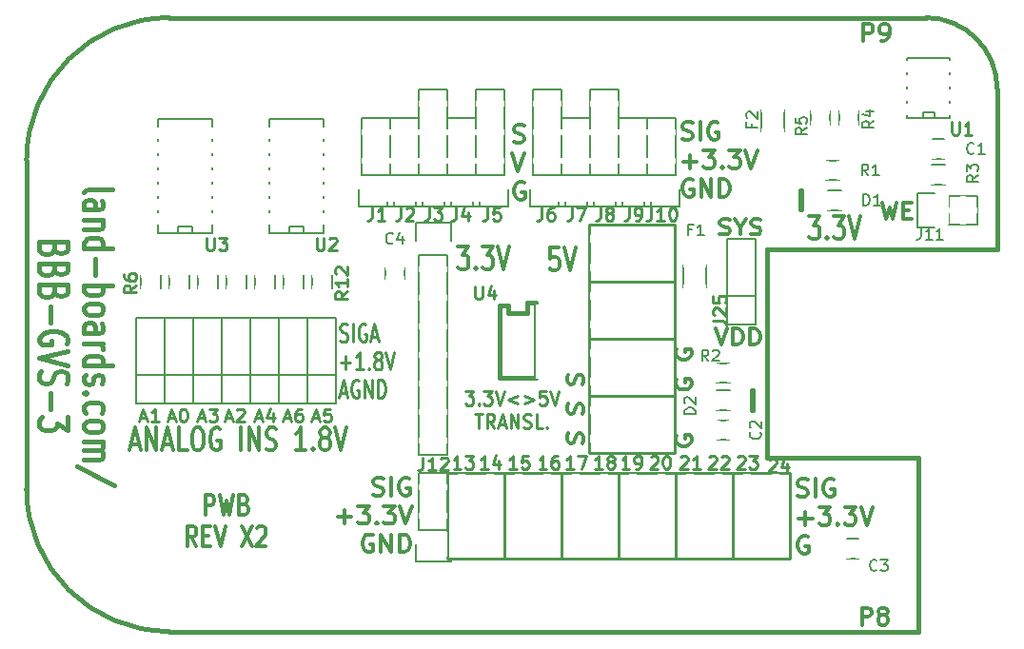
<source format=gbr>
G04 #@! TF.FileFunction,Legend,Top*
%FSLAX46Y46*%
G04 Gerber Fmt 4.6, Leading zero omitted, Abs format (unit mm)*
G04 Created by KiCad (PCBNEW 4.0.1-stable) date 3/25/2016 2:12:27 PM*
%MOMM*%
G01*
G04 APERTURE LIST*
%ADD10C,0.150000*%
%ADD11C,0.285750*%
%ADD12C,0.381000*%
%ADD13C,0.304800*%
%ADD14C,0.444500*%
%ADD15C,0.152400*%
%ADD16C,0.127000*%
%ADD17C,0.254000*%
%ADD18C,0.222250*%
%ADD19R,2.032000X2.032000*%
%ADD20C,2.032000*%
%ADD21C,3.000000*%
%ADD22R,2.058000X0.758000*%
%ADD23R,2.159000X1.107440*%
%ADD24R,1.651000X1.016000*%
%ADD25R,2.540000X2.235200*%
%ADD26O,2.540000X2.235200*%
%ADD27R,1.808000X2.008000*%
%ADD28C,5.080000*%
%ADD29R,2.159000X2.159000*%
%ADD30C,1.808480*%
%ADD31R,2.540000X2.540000*%
%ADD32O,2.540000X2.540000*%
%ADD33R,2.008000X1.808000*%
%ADD34R,2.008000X1.758000*%
%ADD35R,1.758000X2.008000*%
%ADD36R,2.108000X2.508000*%
%ADD37R,2.413000X1.930400*%
%ADD38O,2.413000X1.930400*%
%ADD39R,1.930400X2.413000*%
%ADD40O,1.930400X2.413000*%
%ADD41R,2.159000X2.413000*%
%ADD42O,2.159000X2.413000*%
G04 APERTURE END LIST*
D10*
D11*
X66058143Y-39360929D02*
X66112572Y-39306500D01*
X66221429Y-39252071D01*
X66493572Y-39252071D01*
X66602429Y-39306500D01*
X66656858Y-39360929D01*
X66711286Y-39469786D01*
X66711286Y-39578643D01*
X66656858Y-39741929D01*
X66003715Y-40395071D01*
X66711286Y-40395071D01*
X67691000Y-39633071D02*
X67691000Y-40395071D01*
X67418857Y-39197643D02*
X67146714Y-40014071D01*
X67854286Y-40014071D01*
X46264286Y-40141071D02*
X45611143Y-40141071D01*
X45937715Y-40141071D02*
X45937715Y-38998071D01*
X45828858Y-39161357D01*
X45720000Y-39270214D01*
X45611143Y-39324643D01*
X47244000Y-38998071D02*
X47026286Y-38998071D01*
X46917429Y-39052500D01*
X46863000Y-39106929D01*
X46754143Y-39270214D01*
X46699714Y-39487929D01*
X46699714Y-39923357D01*
X46754143Y-40032214D01*
X46808571Y-40086643D01*
X46917429Y-40141071D01*
X47135143Y-40141071D01*
X47244000Y-40086643D01*
X47298429Y-40032214D01*
X47352857Y-39923357D01*
X47352857Y-39651214D01*
X47298429Y-39542357D01*
X47244000Y-39487929D01*
X47135143Y-39433500D01*
X46917429Y-39433500D01*
X46808571Y-39487929D01*
X46754143Y-39542357D01*
X46699714Y-39651214D01*
D12*
X64643000Y-34925000D02*
X64643000Y-33147000D01*
X64516000Y-34925000D02*
X64643000Y-34925000D01*
X64516000Y-33147000D02*
X64516000Y-34925000D01*
X68834000Y-17018000D02*
X68834000Y-15367000D01*
X68961000Y-17018000D02*
X68834000Y-17018000D01*
X68961000Y-15367000D02*
X68961000Y-17018000D01*
D11*
X38644286Y-40141071D02*
X37991143Y-40141071D01*
X38317715Y-40141071D02*
X38317715Y-38998071D01*
X38208858Y-39161357D01*
X38100000Y-39270214D01*
X37991143Y-39324643D01*
X39025286Y-38998071D02*
X39732857Y-38998071D01*
X39351857Y-39433500D01*
X39515143Y-39433500D01*
X39624000Y-39487929D01*
X39678429Y-39542357D01*
X39732857Y-39651214D01*
X39732857Y-39923357D01*
X39678429Y-40032214D01*
X39624000Y-40086643D01*
X39515143Y-40141071D01*
X39188571Y-40141071D01*
X39079714Y-40086643D01*
X39025286Y-40032214D01*
X41057286Y-40141071D02*
X40404143Y-40141071D01*
X40730715Y-40141071D02*
X40730715Y-38998071D01*
X40621858Y-39161357D01*
X40513000Y-39270214D01*
X40404143Y-39324643D01*
X42037000Y-39379071D02*
X42037000Y-40141071D01*
X41764857Y-38943643D02*
X41492714Y-39760071D01*
X42200286Y-39760071D01*
X43597286Y-40141071D02*
X42944143Y-40141071D01*
X43270715Y-40141071D02*
X43270715Y-38998071D01*
X43161858Y-39161357D01*
X43053000Y-39270214D01*
X42944143Y-39324643D01*
X44631429Y-38998071D02*
X44087143Y-38998071D01*
X44032714Y-39542357D01*
X44087143Y-39487929D01*
X44196000Y-39433500D01*
X44468143Y-39433500D01*
X44577000Y-39487929D01*
X44631429Y-39542357D01*
X44685857Y-39651214D01*
X44685857Y-39923357D01*
X44631429Y-40032214D01*
X44577000Y-40086643D01*
X44468143Y-40141071D01*
X44196000Y-40141071D01*
X44087143Y-40086643D01*
X44032714Y-40032214D01*
X48677286Y-40141071D02*
X48024143Y-40141071D01*
X48350715Y-40141071D02*
X48350715Y-38998071D01*
X48241858Y-39161357D01*
X48133000Y-39270214D01*
X48024143Y-39324643D01*
X49058286Y-38998071D02*
X49820286Y-38998071D01*
X49330429Y-40141071D01*
X51217286Y-40141071D02*
X50564143Y-40141071D01*
X50890715Y-40141071D02*
X50890715Y-38998071D01*
X50781858Y-39161357D01*
X50673000Y-39270214D01*
X50564143Y-39324643D01*
X51870429Y-39487929D02*
X51761571Y-39433500D01*
X51707143Y-39379071D01*
X51652714Y-39270214D01*
X51652714Y-39215786D01*
X51707143Y-39106929D01*
X51761571Y-39052500D01*
X51870429Y-38998071D01*
X52088143Y-38998071D01*
X52197000Y-39052500D01*
X52251429Y-39106929D01*
X52305857Y-39215786D01*
X52305857Y-39270214D01*
X52251429Y-39379071D01*
X52197000Y-39433500D01*
X52088143Y-39487929D01*
X51870429Y-39487929D01*
X51761571Y-39542357D01*
X51707143Y-39596786D01*
X51652714Y-39705643D01*
X51652714Y-39923357D01*
X51707143Y-40032214D01*
X51761571Y-40086643D01*
X51870429Y-40141071D01*
X52088143Y-40141071D01*
X52197000Y-40086643D01*
X52251429Y-40032214D01*
X52305857Y-39923357D01*
X52305857Y-39705643D01*
X52251429Y-39596786D01*
X52197000Y-39542357D01*
X52088143Y-39487929D01*
X53630286Y-40141071D02*
X52977143Y-40141071D01*
X53303715Y-40141071D02*
X53303715Y-38998071D01*
X53194858Y-39161357D01*
X53086000Y-39270214D01*
X52977143Y-39324643D01*
X54174571Y-40141071D02*
X54392286Y-40141071D01*
X54501143Y-40086643D01*
X54555571Y-40032214D01*
X54664429Y-39868929D01*
X54718857Y-39651214D01*
X54718857Y-39215786D01*
X54664429Y-39106929D01*
X54610000Y-39052500D01*
X54501143Y-38998071D01*
X54283429Y-38998071D01*
X54174571Y-39052500D01*
X54120143Y-39106929D01*
X54065714Y-39215786D01*
X54065714Y-39487929D01*
X54120143Y-39596786D01*
X54174571Y-39651214D01*
X54283429Y-39705643D01*
X54501143Y-39705643D01*
X54610000Y-39651214D01*
X54664429Y-39596786D01*
X54718857Y-39487929D01*
X55517143Y-39106929D02*
X55571572Y-39052500D01*
X55680429Y-38998071D01*
X55952572Y-38998071D01*
X56061429Y-39052500D01*
X56115858Y-39106929D01*
X56170286Y-39215786D01*
X56170286Y-39324643D01*
X56115858Y-39487929D01*
X55462715Y-40141071D01*
X56170286Y-40141071D01*
X56877857Y-38998071D02*
X56986714Y-38998071D01*
X57095571Y-39052500D01*
X57150000Y-39106929D01*
X57204429Y-39215786D01*
X57258857Y-39433500D01*
X57258857Y-39705643D01*
X57204429Y-39923357D01*
X57150000Y-40032214D01*
X57095571Y-40086643D01*
X56986714Y-40141071D01*
X56877857Y-40141071D01*
X56769000Y-40086643D01*
X56714571Y-40032214D01*
X56660143Y-39923357D01*
X56605714Y-39705643D01*
X56605714Y-39433500D01*
X56660143Y-39215786D01*
X56714571Y-39106929D01*
X56769000Y-39052500D01*
X56877857Y-38998071D01*
X58184143Y-39106929D02*
X58238572Y-39052500D01*
X58347429Y-38998071D01*
X58619572Y-38998071D01*
X58728429Y-39052500D01*
X58782858Y-39106929D01*
X58837286Y-39215786D01*
X58837286Y-39324643D01*
X58782858Y-39487929D01*
X58129715Y-40141071D01*
X58837286Y-40141071D01*
X59925857Y-40141071D02*
X59272714Y-40141071D01*
X59599286Y-40141071D02*
X59599286Y-38998071D01*
X59490429Y-39161357D01*
X59381571Y-39270214D01*
X59272714Y-39324643D01*
X60724143Y-39106929D02*
X60778572Y-39052500D01*
X60887429Y-38998071D01*
X61159572Y-38998071D01*
X61268429Y-39052500D01*
X61322858Y-39106929D01*
X61377286Y-39215786D01*
X61377286Y-39324643D01*
X61322858Y-39487929D01*
X60669715Y-40141071D01*
X61377286Y-40141071D01*
X61812714Y-39106929D02*
X61867143Y-39052500D01*
X61976000Y-38998071D01*
X62248143Y-38998071D01*
X62357000Y-39052500D01*
X62411429Y-39106929D01*
X62465857Y-39215786D01*
X62465857Y-39324643D01*
X62411429Y-39487929D01*
X61758286Y-40141071D01*
X62465857Y-40141071D01*
X63264143Y-39106929D02*
X63318572Y-39052500D01*
X63427429Y-38998071D01*
X63699572Y-38998071D01*
X63808429Y-39052500D01*
X63862858Y-39106929D01*
X63917286Y-39215786D01*
X63917286Y-39324643D01*
X63862858Y-39487929D01*
X63209715Y-40141071D01*
X63917286Y-40141071D01*
X64298286Y-38998071D02*
X65005857Y-38998071D01*
X64624857Y-39433500D01*
X64788143Y-39433500D01*
X64897000Y-39487929D01*
X64951429Y-39542357D01*
X65005857Y-39651214D01*
X65005857Y-39923357D01*
X64951429Y-40032214D01*
X64897000Y-40086643D01*
X64788143Y-40141071D01*
X64461571Y-40141071D01*
X64352714Y-40086643D01*
X64298286Y-40032214D01*
X27903714Y-28741310D02*
X28067000Y-28816905D01*
X28339143Y-28816905D01*
X28448000Y-28741310D01*
X28502429Y-28665714D01*
X28556857Y-28514524D01*
X28556857Y-28363333D01*
X28502429Y-28212143D01*
X28448000Y-28136548D01*
X28339143Y-28060952D01*
X28121429Y-27985357D01*
X28012571Y-27909762D01*
X27958143Y-27834167D01*
X27903714Y-27682976D01*
X27903714Y-27531786D01*
X27958143Y-27380595D01*
X28012571Y-27305000D01*
X28121429Y-27229405D01*
X28393571Y-27229405D01*
X28556857Y-27305000D01*
X29046714Y-28816905D02*
X29046714Y-27229405D01*
X30189714Y-27305000D02*
X30080857Y-27229405D01*
X29917571Y-27229405D01*
X29754286Y-27305000D01*
X29645428Y-27456190D01*
X29591000Y-27607381D01*
X29536571Y-27909762D01*
X29536571Y-28136548D01*
X29591000Y-28438929D01*
X29645428Y-28590119D01*
X29754286Y-28741310D01*
X29917571Y-28816905D01*
X30026428Y-28816905D01*
X30189714Y-28741310D01*
X30244143Y-28665714D01*
X30244143Y-28136548D01*
X30026428Y-28136548D01*
X30679571Y-28363333D02*
X31223857Y-28363333D01*
X30570714Y-28816905D02*
X30951714Y-27229405D01*
X31332714Y-28816905D01*
X27958143Y-30720393D02*
X28829000Y-30720393D01*
X28393571Y-31325155D02*
X28393571Y-30115631D01*
X29972000Y-31325155D02*
X29318857Y-31325155D01*
X29645429Y-31325155D02*
X29645429Y-29737655D01*
X29536572Y-29964440D01*
X29427714Y-30115631D01*
X29318857Y-30191226D01*
X30461857Y-31173964D02*
X30516285Y-31249560D01*
X30461857Y-31325155D01*
X30407428Y-31249560D01*
X30461857Y-31173964D01*
X30461857Y-31325155D01*
X31169429Y-30418012D02*
X31060571Y-30342417D01*
X31006143Y-30266821D01*
X30951714Y-30115631D01*
X30951714Y-30040036D01*
X31006143Y-29888845D01*
X31060571Y-29813250D01*
X31169429Y-29737655D01*
X31387143Y-29737655D01*
X31496000Y-29813250D01*
X31550429Y-29888845D01*
X31604857Y-30040036D01*
X31604857Y-30115631D01*
X31550429Y-30266821D01*
X31496000Y-30342417D01*
X31387143Y-30418012D01*
X31169429Y-30418012D01*
X31060571Y-30493607D01*
X31006143Y-30569202D01*
X30951714Y-30720393D01*
X30951714Y-31022774D01*
X31006143Y-31173964D01*
X31060571Y-31249560D01*
X31169429Y-31325155D01*
X31387143Y-31325155D01*
X31496000Y-31249560D01*
X31550429Y-31173964D01*
X31604857Y-31022774D01*
X31604857Y-30720393D01*
X31550429Y-30569202D01*
X31496000Y-30493607D01*
X31387143Y-30418012D01*
X31931428Y-29737655D02*
X32312428Y-31325155D01*
X32693428Y-29737655D01*
X27903714Y-33379833D02*
X28448000Y-33379833D01*
X27794857Y-33833405D02*
X28175857Y-32245905D01*
X28556857Y-33833405D01*
X29536571Y-32321500D02*
X29427714Y-32245905D01*
X29264428Y-32245905D01*
X29101143Y-32321500D01*
X28992285Y-32472690D01*
X28937857Y-32623881D01*
X28883428Y-32926262D01*
X28883428Y-33153048D01*
X28937857Y-33455429D01*
X28992285Y-33606619D01*
X29101143Y-33757810D01*
X29264428Y-33833405D01*
X29373285Y-33833405D01*
X29536571Y-33757810D01*
X29591000Y-33682214D01*
X29591000Y-33153048D01*
X29373285Y-33153048D01*
X30080857Y-33833405D02*
X30080857Y-32245905D01*
X30734000Y-33833405D01*
X30734000Y-32245905D01*
X31278286Y-33833405D02*
X31278286Y-32245905D01*
X31550429Y-32245905D01*
X31713714Y-32321500D01*
X31822572Y-32472690D01*
X31877000Y-32623881D01*
X31931429Y-32926262D01*
X31931429Y-33153048D01*
X31877000Y-33455429D01*
X31822572Y-33606619D01*
X31713714Y-33757810D01*
X31550429Y-33833405D01*
X31278286Y-33833405D01*
D13*
X43355381Y-11069260D02*
X43582167Y-11144855D01*
X43960143Y-11144855D01*
X44111333Y-11069260D01*
X44186929Y-10993664D01*
X44262524Y-10842474D01*
X44262524Y-10691283D01*
X44186929Y-10540093D01*
X44111333Y-10464498D01*
X43960143Y-10388902D01*
X43657762Y-10313307D01*
X43506571Y-10237712D01*
X43430976Y-10162117D01*
X43355381Y-10010926D01*
X43355381Y-9859736D01*
X43430976Y-9708545D01*
X43506571Y-9632950D01*
X43657762Y-9557355D01*
X44035738Y-9557355D01*
X44262524Y-9632950D01*
X43204190Y-12084655D02*
X43733357Y-13672155D01*
X44262524Y-12084655D01*
X44262524Y-14687550D02*
X44111333Y-14611955D01*
X43884548Y-14611955D01*
X43657762Y-14687550D01*
X43506571Y-14838740D01*
X43430976Y-14989931D01*
X43355381Y-15292312D01*
X43355381Y-15519098D01*
X43430976Y-15821479D01*
X43506571Y-15972669D01*
X43657762Y-16123860D01*
X43884548Y-16199455D01*
X44035738Y-16199455D01*
X44262524Y-16123860D01*
X44338119Y-16048264D01*
X44338119Y-15519098D01*
X44035738Y-15519098D01*
D11*
X39043430Y-33197649D02*
X39751001Y-33197649D01*
X39370001Y-33681458D01*
X39533287Y-33681458D01*
X39642144Y-33741935D01*
X39696573Y-33802411D01*
X39751001Y-33923363D01*
X39751001Y-34225744D01*
X39696573Y-34346696D01*
X39642144Y-34407173D01*
X39533287Y-34467649D01*
X39206715Y-34467649D01*
X39097858Y-34407173D01*
X39043430Y-34346696D01*
X40240858Y-34346696D02*
X40295286Y-34407173D01*
X40240858Y-34467649D01*
X40186429Y-34407173D01*
X40240858Y-34346696D01*
X40240858Y-34467649D01*
X40676287Y-33197649D02*
X41383858Y-33197649D01*
X41002858Y-33681458D01*
X41166144Y-33681458D01*
X41275001Y-33741935D01*
X41329430Y-33802411D01*
X41383858Y-33923363D01*
X41383858Y-34225744D01*
X41329430Y-34346696D01*
X41275001Y-34407173D01*
X41166144Y-34467649D01*
X40839572Y-34467649D01*
X40730715Y-34407173D01*
X40676287Y-34346696D01*
X41710429Y-33197649D02*
X42091429Y-34467649D01*
X42472429Y-33197649D01*
X43724286Y-33620982D02*
X42853429Y-33983839D01*
X43724286Y-34346696D01*
X44268572Y-33620982D02*
X45139429Y-33983839D01*
X44268572Y-34346696D01*
X46228001Y-33197649D02*
X45683715Y-33197649D01*
X45629286Y-33802411D01*
X45683715Y-33741935D01*
X45792572Y-33681458D01*
X46064715Y-33681458D01*
X46173572Y-33741935D01*
X46228001Y-33802411D01*
X46282429Y-33923363D01*
X46282429Y-34225744D01*
X46228001Y-34346696D01*
X46173572Y-34407173D01*
X46064715Y-34467649D01*
X45792572Y-34467649D01*
X45683715Y-34407173D01*
X45629286Y-34346696D01*
X46609000Y-33197649D02*
X46990000Y-34467649D01*
X47371000Y-33197649D01*
X39914286Y-35261399D02*
X40567429Y-35261399D01*
X40240858Y-36531399D02*
X40240858Y-35261399D01*
X41601572Y-36531399D02*
X41220572Y-35926637D01*
X40948429Y-36531399D02*
X40948429Y-35261399D01*
X41383857Y-35261399D01*
X41492715Y-35321875D01*
X41547143Y-35382351D01*
X41601572Y-35503304D01*
X41601572Y-35684732D01*
X41547143Y-35805685D01*
X41492715Y-35866161D01*
X41383857Y-35926637D01*
X40948429Y-35926637D01*
X42037000Y-36168542D02*
X42581286Y-36168542D01*
X41928143Y-36531399D02*
X42309143Y-35261399D01*
X42690143Y-36531399D01*
X43071143Y-36531399D02*
X43071143Y-35261399D01*
X43724286Y-36531399D01*
X43724286Y-35261399D01*
X44214143Y-36470923D02*
X44377429Y-36531399D01*
X44649572Y-36531399D01*
X44758429Y-36470923D01*
X44812858Y-36410446D01*
X44867286Y-36289494D01*
X44867286Y-36168542D01*
X44812858Y-36047589D01*
X44758429Y-35987113D01*
X44649572Y-35926637D01*
X44431858Y-35866161D01*
X44323000Y-35805685D01*
X44268572Y-35745208D01*
X44214143Y-35624256D01*
X44214143Y-35503304D01*
X44268572Y-35382351D01*
X44323000Y-35321875D01*
X44431858Y-35261399D01*
X44704000Y-35261399D01*
X44867286Y-35321875D01*
X45901429Y-36531399D02*
X45357143Y-36531399D01*
X45357143Y-35261399D01*
X46282429Y-36410446D02*
X46336857Y-36470923D01*
X46282429Y-36531399D01*
X46228000Y-36470923D01*
X46282429Y-36410446D01*
X46282429Y-36531399D01*
D13*
X49460452Y-37846000D02*
X49526976Y-37628286D01*
X49526976Y-37265429D01*
X49460452Y-37120286D01*
X49393929Y-37047715D01*
X49260881Y-36975143D01*
X49127833Y-36975143D01*
X48994786Y-37047715D01*
X48928262Y-37120286D01*
X48861738Y-37265429D01*
X48795214Y-37555715D01*
X48728690Y-37700857D01*
X48662167Y-37773429D01*
X48529119Y-37846000D01*
X48396071Y-37846000D01*
X48263024Y-37773429D01*
X48196500Y-37700857D01*
X48129976Y-37555715D01*
X48129976Y-37192857D01*
X48196500Y-36975143D01*
X49460452Y-35233428D02*
X49526976Y-35015714D01*
X49526976Y-34652857D01*
X49460452Y-34507714D01*
X49393929Y-34435143D01*
X49260881Y-34362571D01*
X49127833Y-34362571D01*
X48994786Y-34435143D01*
X48928262Y-34507714D01*
X48861738Y-34652857D01*
X48795214Y-34943143D01*
X48728690Y-35088285D01*
X48662167Y-35160857D01*
X48529119Y-35233428D01*
X48396071Y-35233428D01*
X48263024Y-35160857D01*
X48196500Y-35088285D01*
X48129976Y-34943143D01*
X48129976Y-34580285D01*
X48196500Y-34362571D01*
X49460452Y-32620856D02*
X49526976Y-32403142D01*
X49526976Y-32040285D01*
X49460452Y-31895142D01*
X49393929Y-31822571D01*
X49260881Y-31749999D01*
X49127833Y-31749999D01*
X48994786Y-31822571D01*
X48928262Y-31895142D01*
X48861738Y-32040285D01*
X48795214Y-32330571D01*
X48728690Y-32475713D01*
X48662167Y-32548285D01*
X48529119Y-32620856D01*
X48396071Y-32620856D01*
X48263024Y-32548285D01*
X48196500Y-32475713D01*
X48129976Y-32330571D01*
X48129976Y-31967713D01*
X48196500Y-31749999D01*
X57848500Y-37229143D02*
X57781976Y-37374286D01*
X57781976Y-37592000D01*
X57848500Y-37809715D01*
X57981548Y-37954857D01*
X58114595Y-38027429D01*
X58380690Y-38100000D01*
X58580262Y-38100000D01*
X58846357Y-38027429D01*
X58979405Y-37954857D01*
X59112452Y-37809715D01*
X59178976Y-37592000D01*
X59178976Y-37446857D01*
X59112452Y-37229143D01*
X59045929Y-37156572D01*
X58580262Y-37156572D01*
X58580262Y-37446857D01*
X57848500Y-32221714D02*
X57781976Y-32366857D01*
X57781976Y-32584571D01*
X57848500Y-32802286D01*
X57981548Y-32947428D01*
X58114595Y-33020000D01*
X58380690Y-33092571D01*
X58580262Y-33092571D01*
X58846357Y-33020000D01*
X58979405Y-32947428D01*
X59112452Y-32802286D01*
X59178976Y-32584571D01*
X59178976Y-32439428D01*
X59112452Y-32221714D01*
X59045929Y-32149143D01*
X58580262Y-32149143D01*
X58580262Y-32439428D01*
X57848500Y-29536571D02*
X57781976Y-29681714D01*
X57781976Y-29899428D01*
X57848500Y-30117143D01*
X57981548Y-30262285D01*
X58114595Y-30334857D01*
X58380690Y-30407428D01*
X58580262Y-30407428D01*
X58846357Y-30334857D01*
X58979405Y-30262285D01*
X59112452Y-30117143D01*
X59178976Y-29899428D01*
X59178976Y-29754285D01*
X59112452Y-29536571D01*
X59045929Y-29464000D01*
X58580262Y-29464000D01*
X58580262Y-29754285D01*
X47334714Y-20477238D02*
X46609000Y-20477238D01*
X46536429Y-21444857D01*
X46609000Y-21348095D01*
X46754143Y-21251333D01*
X47117000Y-21251333D01*
X47262143Y-21348095D01*
X47334714Y-21444857D01*
X47407286Y-21638381D01*
X47407286Y-22122190D01*
X47334714Y-22315714D01*
X47262143Y-22412476D01*
X47117000Y-22509238D01*
X46754143Y-22509238D01*
X46609000Y-22412476D01*
X46536429Y-22315714D01*
X47842715Y-20477238D02*
X48350715Y-22509238D01*
X48858715Y-20477238D01*
X38390285Y-20350238D02*
X39333714Y-20350238D01*
X38825714Y-21124333D01*
X39043428Y-21124333D01*
X39188571Y-21221095D01*
X39261142Y-21317857D01*
X39333714Y-21511381D01*
X39333714Y-21995190D01*
X39261142Y-22188714D01*
X39188571Y-22285476D01*
X39043428Y-22382238D01*
X38608000Y-22382238D01*
X38462857Y-22285476D01*
X38390285Y-22188714D01*
X39986857Y-22188714D02*
X40059429Y-22285476D01*
X39986857Y-22382238D01*
X39914286Y-22285476D01*
X39986857Y-22188714D01*
X39986857Y-22382238D01*
X40567428Y-20350238D02*
X41510857Y-20350238D01*
X41002857Y-21124333D01*
X41220571Y-21124333D01*
X41365714Y-21221095D01*
X41438285Y-21317857D01*
X41510857Y-21511381D01*
X41510857Y-21995190D01*
X41438285Y-22188714D01*
X41365714Y-22285476D01*
X41220571Y-22382238D01*
X40785143Y-22382238D01*
X40640000Y-22285476D01*
X40567428Y-22188714D01*
X41946286Y-20350238D02*
X42454286Y-22382238D01*
X42962286Y-20350238D01*
X9289143Y-37930667D02*
X10014857Y-37930667D01*
X9144000Y-38511238D02*
X9652000Y-36479238D01*
X10160000Y-38511238D01*
X10668000Y-38511238D02*
X10668000Y-36479238D01*
X11538857Y-38511238D01*
X11538857Y-36479238D01*
X12192000Y-37930667D02*
X12917714Y-37930667D01*
X12046857Y-38511238D02*
X12554857Y-36479238D01*
X13062857Y-38511238D01*
X14296571Y-38511238D02*
X13570857Y-38511238D01*
X13570857Y-36479238D01*
X15094857Y-36479238D02*
X15385143Y-36479238D01*
X15530285Y-36576000D01*
X15675428Y-36769524D01*
X15748000Y-37156571D01*
X15748000Y-37833905D01*
X15675428Y-38220952D01*
X15530285Y-38414476D01*
X15385143Y-38511238D01*
X15094857Y-38511238D01*
X14949714Y-38414476D01*
X14804571Y-38220952D01*
X14732000Y-37833905D01*
X14732000Y-37156571D01*
X14804571Y-36769524D01*
X14949714Y-36576000D01*
X15094857Y-36479238D01*
X17199428Y-36576000D02*
X17054285Y-36479238D01*
X16836571Y-36479238D01*
X16618856Y-36576000D01*
X16473714Y-36769524D01*
X16401142Y-36963048D01*
X16328571Y-37350095D01*
X16328571Y-37640381D01*
X16401142Y-38027429D01*
X16473714Y-38220952D01*
X16618856Y-38414476D01*
X16836571Y-38511238D01*
X16981714Y-38511238D01*
X17199428Y-38414476D01*
X17271999Y-38317714D01*
X17271999Y-37640381D01*
X16981714Y-37640381D01*
X19086285Y-38511238D02*
X19086285Y-36479238D01*
X19811999Y-38511238D02*
X19811999Y-36479238D01*
X20682856Y-38511238D01*
X20682856Y-36479238D01*
X21335999Y-38414476D02*
X21553713Y-38511238D01*
X21916570Y-38511238D01*
X22061713Y-38414476D01*
X22134284Y-38317714D01*
X22206856Y-38124190D01*
X22206856Y-37930667D01*
X22134284Y-37737143D01*
X22061713Y-37640381D01*
X21916570Y-37543619D01*
X21626284Y-37446857D01*
X21481142Y-37350095D01*
X21408570Y-37253333D01*
X21335999Y-37059810D01*
X21335999Y-36866286D01*
X21408570Y-36672762D01*
X21481142Y-36576000D01*
X21626284Y-36479238D01*
X21989142Y-36479238D01*
X22206856Y-36576000D01*
X24819428Y-38511238D02*
X23948571Y-38511238D01*
X24383999Y-38511238D02*
X24383999Y-36479238D01*
X24238856Y-36769524D01*
X24093714Y-36963048D01*
X23948571Y-37059810D01*
X25472571Y-38317714D02*
X25545143Y-38414476D01*
X25472571Y-38511238D01*
X25400000Y-38414476D01*
X25472571Y-38317714D01*
X25472571Y-38511238D01*
X26415999Y-37350095D02*
X26270857Y-37253333D01*
X26198285Y-37156571D01*
X26125714Y-36963048D01*
X26125714Y-36866286D01*
X26198285Y-36672762D01*
X26270857Y-36576000D01*
X26415999Y-36479238D01*
X26706285Y-36479238D01*
X26851428Y-36576000D01*
X26923999Y-36672762D01*
X26996571Y-36866286D01*
X26996571Y-36963048D01*
X26923999Y-37156571D01*
X26851428Y-37253333D01*
X26706285Y-37350095D01*
X26415999Y-37350095D01*
X26270857Y-37446857D01*
X26198285Y-37543619D01*
X26125714Y-37737143D01*
X26125714Y-38124190D01*
X26198285Y-38317714D01*
X26270857Y-38414476D01*
X26415999Y-38511238D01*
X26706285Y-38511238D01*
X26851428Y-38414476D01*
X26923999Y-38317714D01*
X26996571Y-38124190D01*
X26996571Y-37737143D01*
X26923999Y-37543619D01*
X26851428Y-37446857D01*
X26706285Y-37350095D01*
X27432000Y-36479238D02*
X27940000Y-38511238D01*
X28448000Y-36479238D01*
X58341381Y-10815260D02*
X58568167Y-10890855D01*
X58946143Y-10890855D01*
X59097333Y-10815260D01*
X59172929Y-10739664D01*
X59248524Y-10588474D01*
X59248524Y-10437283D01*
X59172929Y-10286093D01*
X59097333Y-10210498D01*
X58946143Y-10134902D01*
X58643762Y-10059307D01*
X58492571Y-9983712D01*
X58416976Y-9908117D01*
X58341381Y-9756926D01*
X58341381Y-9605736D01*
X58416976Y-9454545D01*
X58492571Y-9378950D01*
X58643762Y-9303355D01*
X59021738Y-9303355D01*
X59248524Y-9378950D01*
X59928881Y-10890855D02*
X59928881Y-9303355D01*
X61516381Y-9378950D02*
X61365190Y-9303355D01*
X61138405Y-9303355D01*
X60911619Y-9378950D01*
X60760428Y-9530140D01*
X60684833Y-9681331D01*
X60609238Y-9983712D01*
X60609238Y-10210498D01*
X60684833Y-10512879D01*
X60760428Y-10664069D01*
X60911619Y-10815260D01*
X61138405Y-10890855D01*
X61289595Y-10890855D01*
X61516381Y-10815260D01*
X61591976Y-10739664D01*
X61591976Y-10210498D01*
X61289595Y-10210498D01*
X58416976Y-12813393D02*
X59626500Y-12813393D01*
X59021738Y-13418155D02*
X59021738Y-12208631D01*
X60231262Y-11830655D02*
X61214000Y-11830655D01*
X60684833Y-12435417D01*
X60911619Y-12435417D01*
X61062809Y-12511012D01*
X61138405Y-12586607D01*
X61214000Y-12737798D01*
X61214000Y-13115774D01*
X61138405Y-13266964D01*
X61062809Y-13342560D01*
X60911619Y-13418155D01*
X60458047Y-13418155D01*
X60306857Y-13342560D01*
X60231262Y-13266964D01*
X61894357Y-13266964D02*
X61969952Y-13342560D01*
X61894357Y-13418155D01*
X61818762Y-13342560D01*
X61894357Y-13266964D01*
X61894357Y-13418155D01*
X62499119Y-11830655D02*
X63481857Y-11830655D01*
X62952690Y-12435417D01*
X63179476Y-12435417D01*
X63330666Y-12511012D01*
X63406262Y-12586607D01*
X63481857Y-12737798D01*
X63481857Y-13115774D01*
X63406262Y-13266964D01*
X63330666Y-13342560D01*
X63179476Y-13418155D01*
X62725904Y-13418155D01*
X62574714Y-13342560D01*
X62499119Y-13266964D01*
X63935428Y-11830655D02*
X64464595Y-13418155D01*
X64993762Y-11830655D01*
X59248524Y-14433550D02*
X59097333Y-14357955D01*
X58870548Y-14357955D01*
X58643762Y-14433550D01*
X58492571Y-14584740D01*
X58416976Y-14735931D01*
X58341381Y-15038312D01*
X58341381Y-15265098D01*
X58416976Y-15567479D01*
X58492571Y-15718669D01*
X58643762Y-15869860D01*
X58870548Y-15945455D01*
X59021738Y-15945455D01*
X59248524Y-15869860D01*
X59324119Y-15794264D01*
X59324119Y-15265098D01*
X59021738Y-15265098D01*
X60004476Y-15945455D02*
X60004476Y-14357955D01*
X60911619Y-15945455D01*
X60911619Y-14357955D01*
X61667571Y-15945455D02*
X61667571Y-14357955D01*
X62045547Y-14357955D01*
X62272333Y-14433550D01*
X62423524Y-14584740D01*
X62499119Y-14735931D01*
X62574714Y-15038312D01*
X62574714Y-15265098D01*
X62499119Y-15567479D01*
X62423524Y-15718669D01*
X62272333Y-15869860D01*
X62045547Y-15945455D01*
X61667571Y-15945455D01*
X68628381Y-42565260D02*
X68855167Y-42640855D01*
X69233143Y-42640855D01*
X69384333Y-42565260D01*
X69459929Y-42489664D01*
X69535524Y-42338474D01*
X69535524Y-42187283D01*
X69459929Y-42036093D01*
X69384333Y-41960498D01*
X69233143Y-41884902D01*
X68930762Y-41809307D01*
X68779571Y-41733712D01*
X68703976Y-41658117D01*
X68628381Y-41506926D01*
X68628381Y-41355736D01*
X68703976Y-41204545D01*
X68779571Y-41128950D01*
X68930762Y-41053355D01*
X69308738Y-41053355D01*
X69535524Y-41128950D01*
X70215881Y-42640855D02*
X70215881Y-41053355D01*
X71803381Y-41128950D02*
X71652190Y-41053355D01*
X71425405Y-41053355D01*
X71198619Y-41128950D01*
X71047428Y-41280140D01*
X70971833Y-41431331D01*
X70896238Y-41733712D01*
X70896238Y-41960498D01*
X70971833Y-42262879D01*
X71047428Y-42414069D01*
X71198619Y-42565260D01*
X71425405Y-42640855D01*
X71576595Y-42640855D01*
X71803381Y-42565260D01*
X71878976Y-42489664D01*
X71878976Y-41960498D01*
X71576595Y-41960498D01*
X68703976Y-44563393D02*
X69913500Y-44563393D01*
X69308738Y-45168155D02*
X69308738Y-43958631D01*
X70518262Y-43580655D02*
X71501000Y-43580655D01*
X70971833Y-44185417D01*
X71198619Y-44185417D01*
X71349809Y-44261012D01*
X71425405Y-44336607D01*
X71501000Y-44487798D01*
X71501000Y-44865774D01*
X71425405Y-45016964D01*
X71349809Y-45092560D01*
X71198619Y-45168155D01*
X70745047Y-45168155D01*
X70593857Y-45092560D01*
X70518262Y-45016964D01*
X72181357Y-45016964D02*
X72256952Y-45092560D01*
X72181357Y-45168155D01*
X72105762Y-45092560D01*
X72181357Y-45016964D01*
X72181357Y-45168155D01*
X72786119Y-43580655D02*
X73768857Y-43580655D01*
X73239690Y-44185417D01*
X73466476Y-44185417D01*
X73617666Y-44261012D01*
X73693262Y-44336607D01*
X73768857Y-44487798D01*
X73768857Y-44865774D01*
X73693262Y-45016964D01*
X73617666Y-45092560D01*
X73466476Y-45168155D01*
X73012904Y-45168155D01*
X72861714Y-45092560D01*
X72786119Y-45016964D01*
X74222428Y-43580655D02*
X74751595Y-45168155D01*
X75280762Y-43580655D01*
X69535524Y-46183550D02*
X69384333Y-46107955D01*
X69157548Y-46107955D01*
X68930762Y-46183550D01*
X68779571Y-46334740D01*
X68703976Y-46485931D01*
X68628381Y-46788312D01*
X68628381Y-47015098D01*
X68703976Y-47317479D01*
X68779571Y-47468669D01*
X68930762Y-47619860D01*
X69157548Y-47695455D01*
X69308738Y-47695455D01*
X69535524Y-47619860D01*
X69611119Y-47544264D01*
X69611119Y-47015098D01*
X69308738Y-47015098D01*
X30864024Y-42438260D02*
X31090810Y-42513855D01*
X31468786Y-42513855D01*
X31619976Y-42438260D01*
X31695572Y-42362664D01*
X31771167Y-42211474D01*
X31771167Y-42060283D01*
X31695572Y-41909093D01*
X31619976Y-41833498D01*
X31468786Y-41757902D01*
X31166405Y-41682307D01*
X31015214Y-41606712D01*
X30939619Y-41531117D01*
X30864024Y-41379926D01*
X30864024Y-41228736D01*
X30939619Y-41077545D01*
X31015214Y-41001950D01*
X31166405Y-40926355D01*
X31544381Y-40926355D01*
X31771167Y-41001950D01*
X32451524Y-42513855D02*
X32451524Y-40926355D01*
X34039024Y-41001950D02*
X33887833Y-40926355D01*
X33661048Y-40926355D01*
X33434262Y-41001950D01*
X33283071Y-41153140D01*
X33207476Y-41304331D01*
X33131881Y-41606712D01*
X33131881Y-41833498D01*
X33207476Y-42135879D01*
X33283071Y-42287069D01*
X33434262Y-42438260D01*
X33661048Y-42513855D01*
X33812238Y-42513855D01*
X34039024Y-42438260D01*
X34114619Y-42362664D01*
X34114619Y-41833498D01*
X33812238Y-41833498D01*
X27689024Y-44436393D02*
X28898548Y-44436393D01*
X28293786Y-45041155D02*
X28293786Y-43831631D01*
X29503310Y-43453655D02*
X30486048Y-43453655D01*
X29956881Y-44058417D01*
X30183667Y-44058417D01*
X30334857Y-44134012D01*
X30410453Y-44209607D01*
X30486048Y-44360798D01*
X30486048Y-44738774D01*
X30410453Y-44889964D01*
X30334857Y-44965560D01*
X30183667Y-45041155D01*
X29730095Y-45041155D01*
X29578905Y-44965560D01*
X29503310Y-44889964D01*
X31166405Y-44889964D02*
X31242000Y-44965560D01*
X31166405Y-45041155D01*
X31090810Y-44965560D01*
X31166405Y-44889964D01*
X31166405Y-45041155D01*
X31771167Y-43453655D02*
X32753905Y-43453655D01*
X32224738Y-44058417D01*
X32451524Y-44058417D01*
X32602714Y-44134012D01*
X32678310Y-44209607D01*
X32753905Y-44360798D01*
X32753905Y-44738774D01*
X32678310Y-44889964D01*
X32602714Y-44965560D01*
X32451524Y-45041155D01*
X31997952Y-45041155D01*
X31846762Y-44965560D01*
X31771167Y-44889964D01*
X33207476Y-43453655D02*
X33736643Y-45041155D01*
X34265810Y-43453655D01*
X30788429Y-46056550D02*
X30637238Y-45980955D01*
X30410453Y-45980955D01*
X30183667Y-46056550D01*
X30032476Y-46207740D01*
X29956881Y-46358931D01*
X29881286Y-46661312D01*
X29881286Y-46888098D01*
X29956881Y-47190479D01*
X30032476Y-47341669D01*
X30183667Y-47492860D01*
X30410453Y-47568455D01*
X30561643Y-47568455D01*
X30788429Y-47492860D01*
X30864024Y-47417264D01*
X30864024Y-46888098D01*
X30561643Y-46888098D01*
X31544381Y-47568455D02*
X31544381Y-45980955D01*
X32451524Y-47568455D01*
X32451524Y-45980955D01*
X33207476Y-47568455D02*
X33207476Y-45980955D01*
X33585452Y-45980955D01*
X33812238Y-46056550D01*
X33963429Y-46207740D01*
X34039024Y-46358931D01*
X34114619Y-46661312D01*
X34114619Y-46888098D01*
X34039024Y-47190479D01*
X33963429Y-47341669D01*
X33812238Y-47492860D01*
X33585452Y-47568455D01*
X33207476Y-47568455D01*
X74313143Y-54029429D02*
X74313143Y-52505429D01*
X74893715Y-52505429D01*
X75038857Y-52578000D01*
X75111429Y-52650571D01*
X75184000Y-52795714D01*
X75184000Y-53013429D01*
X75111429Y-53158571D01*
X75038857Y-53231143D01*
X74893715Y-53303714D01*
X74313143Y-53303714D01*
X76054857Y-53158571D02*
X75909715Y-53086000D01*
X75837143Y-53013429D01*
X75764572Y-52868286D01*
X75764572Y-52795714D01*
X75837143Y-52650571D01*
X75909715Y-52578000D01*
X76054857Y-52505429D01*
X76345143Y-52505429D01*
X76490286Y-52578000D01*
X76562857Y-52650571D01*
X76635429Y-52795714D01*
X76635429Y-52868286D01*
X76562857Y-53013429D01*
X76490286Y-53086000D01*
X76345143Y-53158571D01*
X76054857Y-53158571D01*
X75909715Y-53231143D01*
X75837143Y-53303714D01*
X75764572Y-53448857D01*
X75764572Y-53739143D01*
X75837143Y-53884286D01*
X75909715Y-53956857D01*
X76054857Y-54029429D01*
X76345143Y-54029429D01*
X76490286Y-53956857D01*
X76562857Y-53884286D01*
X76635429Y-53739143D01*
X76635429Y-53448857D01*
X76562857Y-53303714D01*
X76490286Y-53231143D01*
X76345143Y-53158571D01*
X74440143Y-2086429D02*
X74440143Y-562429D01*
X75020715Y-562429D01*
X75165857Y-635000D01*
X75238429Y-707571D01*
X75311000Y-852714D01*
X75311000Y-1070429D01*
X75238429Y-1215571D01*
X75165857Y-1288143D01*
X75020715Y-1360714D01*
X74440143Y-1360714D01*
X76036715Y-2086429D02*
X76327000Y-2086429D01*
X76472143Y-2013857D01*
X76544715Y-1941286D01*
X76689857Y-1723571D01*
X76762429Y-1433286D01*
X76762429Y-852714D01*
X76689857Y-707571D01*
X76617286Y-635000D01*
X76472143Y-562429D01*
X76181857Y-562429D01*
X76036715Y-635000D01*
X75964143Y-707571D01*
X75891572Y-852714D01*
X75891572Y-1215571D01*
X75964143Y-1360714D01*
X76036715Y-1433286D01*
X76181857Y-1505857D01*
X76472143Y-1505857D01*
X76617286Y-1433286D01*
X76689857Y-1360714D01*
X76762429Y-1215571D01*
X61341000Y-27682976D02*
X61849000Y-29079976D01*
X62357000Y-27682976D01*
X62865000Y-29079976D02*
X62865000Y-27682976D01*
X63227857Y-27682976D01*
X63445572Y-27749500D01*
X63590714Y-27882548D01*
X63663286Y-28015595D01*
X63735857Y-28281690D01*
X63735857Y-28481262D01*
X63663286Y-28747357D01*
X63590714Y-28880405D01*
X63445572Y-29013452D01*
X63227857Y-29079976D01*
X62865000Y-29079976D01*
X64389000Y-29079976D02*
X64389000Y-27682976D01*
X64751857Y-27682976D01*
X64969572Y-27749500D01*
X65114714Y-27882548D01*
X65187286Y-28015595D01*
X65259857Y-28281690D01*
X65259857Y-28481262D01*
X65187286Y-28747357D01*
X65114714Y-28880405D01*
X64969572Y-29013452D01*
X64751857Y-29079976D01*
X64389000Y-29079976D01*
X61685714Y-19234452D02*
X61903428Y-19300976D01*
X62266285Y-19300976D01*
X62411428Y-19234452D01*
X62483999Y-19167929D01*
X62556571Y-19034881D01*
X62556571Y-18901833D01*
X62483999Y-18768786D01*
X62411428Y-18702262D01*
X62266285Y-18635738D01*
X61975999Y-18569214D01*
X61830857Y-18502690D01*
X61758285Y-18436167D01*
X61685714Y-18303119D01*
X61685714Y-18170071D01*
X61758285Y-18037024D01*
X61830857Y-17970500D01*
X61975999Y-17903976D01*
X62338857Y-17903976D01*
X62556571Y-17970500D01*
X63500000Y-18635738D02*
X63500000Y-19300976D01*
X62992000Y-17903976D02*
X63500000Y-18635738D01*
X64008000Y-17903976D01*
X64443429Y-19234452D02*
X64661143Y-19300976D01*
X65024000Y-19300976D01*
X65169143Y-19234452D01*
X65241714Y-19167929D01*
X65314286Y-19034881D01*
X65314286Y-18901833D01*
X65241714Y-18768786D01*
X65169143Y-18702262D01*
X65024000Y-18635738D01*
X64733714Y-18569214D01*
X64588572Y-18502690D01*
X64516000Y-18436167D01*
X64443429Y-18303119D01*
X64443429Y-18170071D01*
X64516000Y-18037024D01*
X64588572Y-17970500D01*
X64733714Y-17903976D01*
X65096572Y-17903976D01*
X65314286Y-17970500D01*
X76127429Y-16506976D02*
X76490286Y-17903976D01*
X76780572Y-16906119D01*
X77070858Y-17903976D01*
X77433715Y-16506976D01*
X78014286Y-17172214D02*
X78522286Y-17172214D01*
X78740000Y-17903976D02*
X78014286Y-17903976D01*
X78014286Y-16506976D01*
X78740000Y-16506976D01*
D12*
X29464000Y0D02*
X29591000Y0D01*
X17018000Y0D02*
X17145000Y0D01*
D13*
X69632285Y-17683238D02*
X70575714Y-17683238D01*
X70067714Y-18457333D01*
X70285428Y-18457333D01*
X70430571Y-18554095D01*
X70503142Y-18650857D01*
X70575714Y-18844381D01*
X70575714Y-19328190D01*
X70503142Y-19521714D01*
X70430571Y-19618476D01*
X70285428Y-19715238D01*
X69850000Y-19715238D01*
X69704857Y-19618476D01*
X69632285Y-19521714D01*
X71228857Y-19521714D02*
X71301429Y-19618476D01*
X71228857Y-19715238D01*
X71156286Y-19618476D01*
X71228857Y-19521714D01*
X71228857Y-19715238D01*
X71809428Y-17683238D02*
X72752857Y-17683238D01*
X72244857Y-18457333D01*
X72462571Y-18457333D01*
X72607714Y-18554095D01*
X72680285Y-18650857D01*
X72752857Y-18844381D01*
X72752857Y-19328190D01*
X72680285Y-19521714D01*
X72607714Y-19618476D01*
X72462571Y-19715238D01*
X72027143Y-19715238D01*
X71882000Y-19618476D01*
X71809428Y-19521714D01*
X73188286Y-17683238D02*
X73696286Y-19715238D01*
X74204286Y-17683238D01*
X15911334Y-44202333D02*
X15911334Y-42424333D01*
X16443525Y-42424333D01*
X16576572Y-42509000D01*
X16643096Y-42593667D01*
X16709620Y-42763000D01*
X16709620Y-43017000D01*
X16643096Y-43186333D01*
X16576572Y-43271000D01*
X16443525Y-43355667D01*
X15911334Y-43355667D01*
X17175286Y-42424333D02*
X17507905Y-44202333D01*
X17774001Y-42932333D01*
X18040096Y-44202333D01*
X18372715Y-42424333D01*
X19370572Y-43271000D02*
X19570143Y-43355667D01*
X19636667Y-43440333D01*
X19703191Y-43609667D01*
X19703191Y-43863667D01*
X19636667Y-44033000D01*
X19570143Y-44117667D01*
X19437096Y-44202333D01*
X18904905Y-44202333D01*
X18904905Y-42424333D01*
X19370572Y-42424333D01*
X19503619Y-42509000D01*
X19570143Y-42593667D01*
X19636667Y-42763000D01*
X19636667Y-42932333D01*
X19570143Y-43101667D01*
X19503619Y-43186333D01*
X19370572Y-43271000D01*
X18904905Y-43271000D01*
X15113048Y-46996333D02*
X14647381Y-46149667D01*
X14314762Y-46996333D02*
X14314762Y-45218333D01*
X14846953Y-45218333D01*
X14980000Y-45303000D01*
X15046524Y-45387667D01*
X15113048Y-45557000D01*
X15113048Y-45811000D01*
X15046524Y-45980333D01*
X14980000Y-46065000D01*
X14846953Y-46149667D01*
X14314762Y-46149667D01*
X15711762Y-46065000D02*
X16177429Y-46065000D01*
X16377000Y-46996333D02*
X15711762Y-46996333D01*
X15711762Y-45218333D01*
X16377000Y-45218333D01*
X16776143Y-45218333D02*
X17241809Y-46996333D01*
X17707476Y-45218333D01*
X19104476Y-45218333D02*
X20035810Y-46996333D01*
X20035810Y-45218333D02*
X19104476Y-46996333D01*
X20501476Y-45387667D02*
X20568000Y-45303000D01*
X20701048Y-45218333D01*
X21033667Y-45218333D01*
X21166714Y-45303000D01*
X21233238Y-45387667D01*
X21299762Y-45557000D01*
X21299762Y-45726333D01*
X21233238Y-45980333D01*
X20434952Y-46996333D01*
X21299762Y-46996333D01*
D14*
X5125202Y-15549645D02*
X5246155Y-15368217D01*
X5488060Y-15277502D01*
X7665202Y-15277502D01*
X5125202Y-17091788D02*
X6455679Y-17091788D01*
X6697583Y-17001074D01*
X6818536Y-16819645D01*
X6818536Y-16456788D01*
X6697583Y-16275359D01*
X5246155Y-17091788D02*
X5125202Y-16910359D01*
X5125202Y-16456788D01*
X5246155Y-16275359D01*
X5488060Y-16184645D01*
X5729964Y-16184645D01*
X5971869Y-16275359D01*
X6092821Y-16456788D01*
X6092821Y-16910359D01*
X6213774Y-17091788D01*
X6818536Y-17998930D02*
X5125202Y-17998930D01*
X6576631Y-17998930D02*
X6697583Y-18089645D01*
X6818536Y-18271073D01*
X6818536Y-18543216D01*
X6697583Y-18724645D01*
X6455679Y-18815359D01*
X5125202Y-18815359D01*
X5125202Y-20538930D02*
X7665202Y-20538930D01*
X5246155Y-20538930D02*
X5125202Y-20357501D01*
X5125202Y-19994644D01*
X5246155Y-19813216D01*
X5367107Y-19722501D01*
X5609012Y-19631787D01*
X6334726Y-19631787D01*
X6576631Y-19722501D01*
X6697583Y-19813216D01*
X6818536Y-19994644D01*
X6818536Y-20357501D01*
X6697583Y-20538930D01*
X6092821Y-21446072D02*
X6092821Y-22897501D01*
X5125202Y-23804643D02*
X7665202Y-23804643D01*
X6697583Y-23804643D02*
X6818536Y-23986072D01*
X6818536Y-24348929D01*
X6697583Y-24530358D01*
X6576631Y-24621072D01*
X6334726Y-24711786D01*
X5609012Y-24711786D01*
X5367107Y-24621072D01*
X5246155Y-24530358D01*
X5125202Y-24348929D01*
X5125202Y-23986072D01*
X5246155Y-23804643D01*
X5125202Y-25800357D02*
X5246155Y-25618929D01*
X5367107Y-25528214D01*
X5609012Y-25437500D01*
X6334726Y-25437500D01*
X6576631Y-25528214D01*
X6697583Y-25618929D01*
X6818536Y-25800357D01*
X6818536Y-26072500D01*
X6697583Y-26253929D01*
X6576631Y-26344643D01*
X6334726Y-26435357D01*
X5609012Y-26435357D01*
X5367107Y-26344643D01*
X5246155Y-26253929D01*
X5125202Y-26072500D01*
X5125202Y-25800357D01*
X5125202Y-28068214D02*
X6455679Y-28068214D01*
X6697583Y-27977500D01*
X6818536Y-27796071D01*
X6818536Y-27433214D01*
X6697583Y-27251785D01*
X5246155Y-28068214D02*
X5125202Y-27886785D01*
X5125202Y-27433214D01*
X5246155Y-27251785D01*
X5488060Y-27161071D01*
X5729964Y-27161071D01*
X5971869Y-27251785D01*
X6092821Y-27433214D01*
X6092821Y-27886785D01*
X6213774Y-28068214D01*
X5125202Y-28975356D02*
X6818536Y-28975356D01*
X6334726Y-28975356D02*
X6576631Y-29066071D01*
X6697583Y-29156785D01*
X6818536Y-29338214D01*
X6818536Y-29519642D01*
X5125202Y-30971071D02*
X7665202Y-30971071D01*
X5246155Y-30971071D02*
X5125202Y-30789642D01*
X5125202Y-30426785D01*
X5246155Y-30245357D01*
X5367107Y-30154642D01*
X5609012Y-30063928D01*
X6334726Y-30063928D01*
X6576631Y-30154642D01*
X6697583Y-30245357D01*
X6818536Y-30426785D01*
X6818536Y-30789642D01*
X6697583Y-30971071D01*
X5246155Y-31787499D02*
X5125202Y-31968928D01*
X5125202Y-32331785D01*
X5246155Y-32513213D01*
X5488060Y-32603928D01*
X5609012Y-32603928D01*
X5850917Y-32513213D01*
X5971869Y-32331785D01*
X5971869Y-32059642D01*
X6092821Y-31878213D01*
X6334726Y-31787499D01*
X6455679Y-31787499D01*
X6697583Y-31878213D01*
X6818536Y-32059642D01*
X6818536Y-32331785D01*
X6697583Y-32513213D01*
X5367107Y-33420356D02*
X5246155Y-33511071D01*
X5125202Y-33420356D01*
X5246155Y-33329642D01*
X5367107Y-33420356D01*
X5125202Y-33420356D01*
X5246155Y-35143928D02*
X5125202Y-34962499D01*
X5125202Y-34599642D01*
X5246155Y-34418214D01*
X5367107Y-34327499D01*
X5609012Y-34236785D01*
X6334726Y-34236785D01*
X6576631Y-34327499D01*
X6697583Y-34418214D01*
X6818536Y-34599642D01*
X6818536Y-34962499D01*
X6697583Y-35143928D01*
X5125202Y-36232499D02*
X5246155Y-36051071D01*
X5367107Y-35960356D01*
X5609012Y-35869642D01*
X6334726Y-35869642D01*
X6576631Y-35960356D01*
X6697583Y-36051071D01*
X6818536Y-36232499D01*
X6818536Y-36504642D01*
X6697583Y-36686071D01*
X6576631Y-36776785D01*
X6334726Y-36867499D01*
X5609012Y-36867499D01*
X5367107Y-36776785D01*
X5246155Y-36686071D01*
X5125202Y-36504642D01*
X5125202Y-36232499D01*
X5125202Y-37683927D02*
X6818536Y-37683927D01*
X6576631Y-37683927D02*
X6697583Y-37774642D01*
X6818536Y-37956070D01*
X6818536Y-38228213D01*
X6697583Y-38409642D01*
X6455679Y-38500356D01*
X5125202Y-38500356D01*
X6455679Y-38500356D02*
X6697583Y-38591070D01*
X6818536Y-38772499D01*
X6818536Y-39044642D01*
X6697583Y-39226070D01*
X6455679Y-39316785D01*
X5125202Y-39316785D01*
X7786155Y-41584642D02*
X4520440Y-39951785D01*
X2455179Y-20584286D02*
X2334226Y-20856429D01*
X2213274Y-20947144D01*
X1971369Y-21037858D01*
X1608512Y-21037858D01*
X1366607Y-20947144D01*
X1245655Y-20856429D01*
X1124702Y-20675001D01*
X1124702Y-19949286D01*
X3664702Y-19949286D01*
X3664702Y-20584286D01*
X3543750Y-20765715D01*
X3422798Y-20856429D01*
X3180893Y-20947144D01*
X2938988Y-20947144D01*
X2697083Y-20856429D01*
X2576131Y-20765715D01*
X2455179Y-20584286D01*
X2455179Y-19949286D01*
X2455179Y-22489286D02*
X2334226Y-22761429D01*
X2213274Y-22852144D01*
X1971369Y-22942858D01*
X1608512Y-22942858D01*
X1366607Y-22852144D01*
X1245655Y-22761429D01*
X1124702Y-22580001D01*
X1124702Y-21854286D01*
X3664702Y-21854286D01*
X3664702Y-22489286D01*
X3543750Y-22670715D01*
X3422798Y-22761429D01*
X3180893Y-22852144D01*
X2938988Y-22852144D01*
X2697083Y-22761429D01*
X2576131Y-22670715D01*
X2455179Y-22489286D01*
X2455179Y-21854286D01*
X2455179Y-24394286D02*
X2334226Y-24666429D01*
X2213274Y-24757144D01*
X1971369Y-24847858D01*
X1608512Y-24847858D01*
X1366607Y-24757144D01*
X1245655Y-24666429D01*
X1124702Y-24485001D01*
X1124702Y-23759286D01*
X3664702Y-23759286D01*
X3664702Y-24394286D01*
X3543750Y-24575715D01*
X3422798Y-24666429D01*
X3180893Y-24757144D01*
X2938988Y-24757144D01*
X2697083Y-24666429D01*
X2576131Y-24575715D01*
X2455179Y-24394286D01*
X2455179Y-23759286D01*
X2092321Y-25664286D02*
X2092321Y-27115715D01*
X3543750Y-29020715D02*
X3664702Y-28839286D01*
X3664702Y-28567143D01*
X3543750Y-28295000D01*
X3301845Y-28113572D01*
X3059940Y-28022857D01*
X2576131Y-27932143D01*
X2213274Y-27932143D01*
X1729464Y-28022857D01*
X1487560Y-28113572D01*
X1245655Y-28295000D01*
X1124702Y-28567143D01*
X1124702Y-28748572D01*
X1245655Y-29020715D01*
X1366607Y-29111429D01*
X2213274Y-29111429D01*
X2213274Y-28748572D01*
X3664702Y-29655715D02*
X1124702Y-30290715D01*
X3664702Y-30925715D01*
X1245655Y-31470000D02*
X1124702Y-31742143D01*
X1124702Y-32195714D01*
X1245655Y-32377143D01*
X1366607Y-32467857D01*
X1608512Y-32558572D01*
X1850417Y-32558572D01*
X2092321Y-32467857D01*
X2213274Y-32377143D01*
X2334226Y-32195714D01*
X2455179Y-31832857D01*
X2576131Y-31651429D01*
X2697083Y-31560714D01*
X2938988Y-31470000D01*
X3180893Y-31470000D01*
X3422798Y-31560714D01*
X3543750Y-31651429D01*
X3664702Y-31832857D01*
X3664702Y-32286429D01*
X3543750Y-32558572D01*
X2092321Y-33375000D02*
X2092321Y-34826429D01*
X3664702Y-35552143D02*
X3664702Y-36731429D01*
X2697083Y-36096429D01*
X2697083Y-36368571D01*
X2576131Y-36550000D01*
X2455179Y-36640714D01*
X2213274Y-36731429D01*
X1608512Y-36731429D01*
X1366607Y-36640714D01*
X1245655Y-36550000D01*
X1124702Y-36368571D01*
X1124702Y-35824286D01*
X1245655Y-35642857D01*
X1366607Y-35552143D01*
D15*
X25019000Y-34290000D02*
X22479000Y-34290000D01*
X22479000Y-34290000D02*
X22479000Y-26670000D01*
X22479000Y-26670000D02*
X25019000Y-26670000D01*
X25019000Y-26670000D02*
X25019000Y-34290000D01*
X22479000Y-31750000D02*
X25019000Y-31750000D01*
X27559000Y-34290000D02*
X25019000Y-34290000D01*
X25019000Y-34290000D02*
X25019000Y-26670000D01*
X25019000Y-26670000D02*
X27559000Y-26670000D01*
X27559000Y-26670000D02*
X27559000Y-34290000D01*
X25019000Y-31750000D02*
X27559000Y-31750000D01*
X22479000Y-34290000D02*
X19939000Y-34290000D01*
X19939000Y-34290000D02*
X19939000Y-26670000D01*
X19939000Y-26670000D02*
X22479000Y-26670000D01*
X22479000Y-26670000D02*
X22479000Y-34290000D01*
X19939000Y-31750000D02*
X22479000Y-31750000D01*
X14859000Y-34290000D02*
X12319000Y-34290000D01*
X12319000Y-34290000D02*
X12319000Y-26670000D01*
X12319000Y-26670000D02*
X14859000Y-26670000D01*
X14859000Y-26670000D02*
X14859000Y-34290000D01*
X12319000Y-31750000D02*
X14859000Y-31750000D01*
X12319000Y-34290000D02*
X9779000Y-34290000D01*
X9779000Y-34290000D02*
X9779000Y-26670000D01*
X9779000Y-26670000D02*
X12319000Y-26670000D01*
X12319000Y-26670000D02*
X12319000Y-34290000D01*
X9779000Y-31750000D02*
X12319000Y-31750000D01*
X17399000Y-34290000D02*
X14859000Y-34290000D01*
X14859000Y-34290000D02*
X14859000Y-26670000D01*
X14859000Y-26670000D02*
X17399000Y-26670000D01*
X17399000Y-26670000D02*
X17399000Y-34290000D01*
X14859000Y-31750000D02*
X17399000Y-31750000D01*
X19939000Y-34290000D02*
X17399000Y-34290000D01*
X17399000Y-34290000D02*
X17399000Y-26670000D01*
X17399000Y-26670000D02*
X19939000Y-26670000D01*
X19939000Y-26670000D02*
X19939000Y-34290000D01*
X17399000Y-31750000D02*
X19939000Y-31750000D01*
X64897000Y-27305000D02*
X62357000Y-27305000D01*
X62357000Y-27305000D02*
X62357000Y-19685000D01*
X62357000Y-19685000D02*
X64897000Y-19685000D01*
X64897000Y-19685000D02*
X64897000Y-27305000D01*
X62357000Y-24765000D02*
X64897000Y-24765000D01*
D12*
X45311000Y-25329000D02*
X45311000Y-32079000D01*
X45311000Y-32079000D02*
X42061000Y-32079000D01*
X42061000Y-32079000D02*
X42061000Y-25579000D01*
X42061000Y-25579000D02*
X42811000Y-25579000D01*
X42811000Y-25579000D02*
X42811000Y-26329000D01*
X42811000Y-26329000D02*
X44561000Y-26329000D01*
X44561000Y-26329000D02*
X44561000Y-25329000D01*
X44561000Y-25329000D02*
X45311000Y-25329000D01*
D16*
X82042000Y-8890000D02*
X82169000Y-8890000D01*
X82169000Y-8890000D02*
X82169000Y-3556000D01*
X78359000Y-3556000D02*
X78359000Y-8890000D01*
X78359000Y-8890000D02*
X82042000Y-8890000D01*
X79756000Y-8890000D02*
X79756000Y-8382000D01*
X79756000Y-8382000D02*
X80772000Y-8382000D01*
X80772000Y-8382000D02*
X80772000Y-8890000D01*
X78359000Y-3556000D02*
X82169000Y-3556000D01*
D10*
X21590000Y-9017000D02*
X26416000Y-9017000D01*
X26416000Y-9017000D02*
X26416000Y-19177000D01*
X26416000Y-19177000D02*
X21590000Y-19177000D01*
X21590000Y-19177000D02*
X21590000Y-9017000D01*
X23368000Y-19177000D02*
X23368000Y-18542000D01*
X23368000Y-18542000D02*
X24638000Y-18542000D01*
X24638000Y-18542000D02*
X24638000Y-19177000D01*
X11684000Y-9017000D02*
X16510000Y-9017000D01*
X16510000Y-9017000D02*
X16510000Y-19177000D01*
X16510000Y-19177000D02*
X11684000Y-19177000D01*
X11684000Y-19177000D02*
X11684000Y-9017000D01*
X13462000Y-19177000D02*
X13462000Y-18542000D01*
X13462000Y-18542000D02*
X14732000Y-18542000D01*
X14732000Y-18542000D02*
X14732000Y-19177000D01*
X37465000Y-21082000D02*
X37465000Y-38862000D01*
X37465000Y-38862000D02*
X34925000Y-38862000D01*
X34925000Y-38862000D02*
X34925000Y-21082000D01*
X37745000Y-18262000D02*
X37745000Y-19812000D01*
X37465000Y-21082000D02*
X34925000Y-21082000D01*
X34645000Y-19812000D02*
X34645000Y-18262000D01*
X34645000Y-18262000D02*
X37745000Y-18262000D01*
X22874000Y-24095000D02*
X22874000Y-22895000D01*
X24624000Y-22895000D02*
X24624000Y-24095000D01*
X17794000Y-24095000D02*
X17794000Y-22895000D01*
X19544000Y-22895000D02*
X19544000Y-24095000D01*
X25414000Y-24095000D02*
X25414000Y-22895000D01*
X27164000Y-22895000D02*
X27164000Y-24095000D01*
X10174000Y-24095000D02*
X10174000Y-22895000D01*
X11924000Y-22895000D02*
X11924000Y-24095000D01*
X20334000Y-24095000D02*
X20334000Y-22895000D01*
X22084000Y-22895000D02*
X22084000Y-24095000D01*
X12714000Y-24095000D02*
X12714000Y-22895000D01*
X14464000Y-22895000D02*
X14464000Y-24095000D01*
X15254000Y-24095000D02*
X15254000Y-22895000D01*
X17004000Y-22895000D02*
X17004000Y-24095000D01*
X37465000Y-45593000D02*
X37465000Y-40513000D01*
X37465000Y-40513000D02*
X34925000Y-40513000D01*
X34925000Y-40513000D02*
X34925000Y-45593000D01*
X34645000Y-48413000D02*
X34645000Y-46863000D01*
X34925000Y-45593000D02*
X37465000Y-45593000D01*
X37745000Y-46863000D02*
X37745000Y-48413000D01*
X37745000Y-48413000D02*
X34645000Y-48413000D01*
X37465000Y-13970000D02*
X37465000Y-6350000D01*
X34925000Y-13970000D02*
X34925000Y-6350000D01*
X34645000Y-16790000D02*
X34645000Y-15240000D01*
X37465000Y-6350000D02*
X34925000Y-6350000D01*
X34925000Y-13970000D02*
X37465000Y-13970000D01*
X37745000Y-15240000D02*
X37745000Y-16790000D01*
X37745000Y-16790000D02*
X34645000Y-16790000D01*
X52705000Y-13970000D02*
X52705000Y-6350000D01*
X50165000Y-13970000D02*
X50165000Y-6350000D01*
X49885000Y-16790000D02*
X49885000Y-15240000D01*
X52705000Y-6350000D02*
X50165000Y-6350000D01*
X50165000Y-13970000D02*
X52705000Y-13970000D01*
X52985000Y-15240000D02*
X52985000Y-16790000D01*
X52985000Y-16790000D02*
X49885000Y-16790000D01*
X47625000Y-13970000D02*
X47625000Y-6350000D01*
X45085000Y-13970000D02*
X45085000Y-6350000D01*
X44805000Y-16790000D02*
X44805000Y-15240000D01*
X47625000Y-6350000D02*
X45085000Y-6350000D01*
X45085000Y-13970000D02*
X47625000Y-13970000D01*
X47905000Y-15240000D02*
X47905000Y-16790000D01*
X47905000Y-16790000D02*
X44805000Y-16790000D01*
X42545000Y-13970000D02*
X42545000Y-6350000D01*
X40005000Y-13970000D02*
X40005000Y-6350000D01*
X39725000Y-16790000D02*
X39725000Y-15240000D01*
X42545000Y-6350000D02*
X40005000Y-6350000D01*
X40005000Y-13970000D02*
X42545000Y-13970000D01*
X42825000Y-15240000D02*
X42825000Y-16790000D01*
X42825000Y-16790000D02*
X39725000Y-16790000D01*
X50165000Y-13970000D02*
X50165000Y-8890000D01*
X50165000Y-8890000D02*
X47625000Y-8890000D01*
X47625000Y-8890000D02*
X47625000Y-13970000D01*
X47345000Y-16790000D02*
X47345000Y-15240000D01*
X47625000Y-13970000D02*
X50165000Y-13970000D01*
X50445000Y-15240000D02*
X50445000Y-16790000D01*
X50445000Y-16790000D02*
X47345000Y-16790000D01*
X40005000Y-13970000D02*
X40005000Y-8890000D01*
X40005000Y-8890000D02*
X37465000Y-8890000D01*
X37465000Y-8890000D02*
X37465000Y-13970000D01*
X37185000Y-16790000D02*
X37185000Y-15240000D01*
X37465000Y-13970000D02*
X40005000Y-13970000D01*
X40285000Y-15240000D02*
X40285000Y-16790000D01*
X40285000Y-16790000D02*
X37185000Y-16790000D01*
X34925000Y-13970000D02*
X34925000Y-8890000D01*
X34925000Y-8890000D02*
X32385000Y-8890000D01*
X32385000Y-8890000D02*
X32385000Y-13970000D01*
X32105000Y-16790000D02*
X32105000Y-15240000D01*
X32385000Y-13970000D02*
X34925000Y-13970000D01*
X35205000Y-15240000D02*
X35205000Y-16790000D01*
X35205000Y-16790000D02*
X32105000Y-16790000D01*
X57785000Y-13970000D02*
X57785000Y-8890000D01*
X57785000Y-8890000D02*
X55245000Y-8890000D01*
X55245000Y-8890000D02*
X55245000Y-13970000D01*
X54965000Y-16790000D02*
X54965000Y-15240000D01*
X55245000Y-13970000D02*
X57785000Y-13970000D01*
X58065000Y-15240000D02*
X58065000Y-16790000D01*
X58065000Y-16790000D02*
X54965000Y-16790000D01*
X55245000Y-13970000D02*
X55245000Y-8890000D01*
X55245000Y-8890000D02*
X52705000Y-8890000D01*
X52705000Y-8890000D02*
X52705000Y-13970000D01*
X52425000Y-16790000D02*
X52425000Y-15240000D01*
X52705000Y-13970000D02*
X55245000Y-13970000D01*
X55525000Y-15240000D02*
X55525000Y-16790000D01*
X55525000Y-16790000D02*
X52425000Y-16790000D01*
X32385000Y-13970000D02*
X32385000Y-8890000D01*
X32385000Y-8890000D02*
X29845000Y-8890000D01*
X29845000Y-8890000D02*
X29845000Y-13970000D01*
X29565000Y-16790000D02*
X29565000Y-15240000D01*
X29845000Y-13970000D02*
X32385000Y-13970000D01*
X32665000Y-15240000D02*
X32665000Y-16790000D01*
X32665000Y-16790000D02*
X29565000Y-16790000D01*
D12*
X12700000Y-54610000D02*
X79375000Y-54610000D01*
X79375000Y-39116000D02*
X65913000Y-39116000D01*
X79375000Y-54610000D02*
X79375000Y-39116000D01*
X86360000Y-20574000D02*
X86360000Y-7620000D01*
X86360000Y-20574000D02*
X65913000Y-20574000D01*
X65913000Y-20574000D02*
X65913000Y-39116000D01*
X86360000Y-6350000D02*
X86360000Y-7620000D01*
X12700000Y0D02*
X80010000Y0D01*
X0Y-12700000D02*
X0Y-41910000D01*
X12700000Y0D02*
G75*
G03X0Y-12700000I0J-12700000D01*
G01*
X0Y-41910000D02*
G75*
G03X12700000Y-54610000I12700000J0D01*
G01*
X86360000Y-6350000D02*
G75*
G03X80010000Y0I-6350000J0D01*
G01*
D10*
X82042000Y-15875000D02*
X84582000Y-15875000D01*
X79222000Y-15595000D02*
X80772000Y-15595000D01*
X82042000Y-15875000D02*
X82042000Y-18415000D01*
X80772000Y-18695000D02*
X79222000Y-18695000D01*
X79222000Y-18695000D02*
X79222000Y-15595000D01*
X82042000Y-18415000D02*
X84582000Y-18415000D01*
X84582000Y-18415000D02*
X84582000Y-15875000D01*
X72355000Y-14464000D02*
X71155000Y-14464000D01*
X71155000Y-12714000D02*
X72355000Y-12714000D01*
X61376000Y-30748000D02*
X62576000Y-30748000D01*
X62576000Y-32498000D02*
X61376000Y-32498000D01*
X80553000Y-13095000D02*
X81753000Y-13095000D01*
X81753000Y-14845000D02*
X80553000Y-14845000D01*
X74027000Y-8290000D02*
X74027000Y-9490000D01*
X72277000Y-9490000D02*
X72277000Y-8290000D01*
X71487000Y-8290000D02*
X71487000Y-9490000D01*
X69737000Y-9490000D02*
X69737000Y-8290000D01*
X81653000Y-10834000D02*
X80653000Y-10834000D01*
X80653000Y-12534000D02*
X81653000Y-12534000D01*
X74033000Y-46394000D02*
X73033000Y-46394000D01*
X73033000Y-48094000D02*
X74033000Y-48094000D01*
X33616000Y-23233000D02*
X33616000Y-22233000D01*
X31916000Y-22233000D02*
X31916000Y-23233000D01*
X71282000Y-15381000D02*
X72482000Y-15381000D01*
X72482000Y-17131000D02*
X71282000Y-17131000D01*
X62576000Y-34911000D02*
X61376000Y-34911000D01*
X61376000Y-33161000D02*
X62576000Y-33161000D01*
X58411000Y-21987000D02*
X58411000Y-23987000D01*
X60461000Y-23987000D02*
X60461000Y-21987000D01*
X65396000Y-8144000D02*
X65396000Y-10144000D01*
X67446000Y-10144000D02*
X67446000Y-8144000D01*
X62476000Y-35853000D02*
X61476000Y-35853000D01*
X61476000Y-37553000D02*
X62476000Y-37553000D01*
D17*
X50038000Y-23495000D02*
X57658000Y-23495000D01*
X50038000Y-28575000D02*
X57658000Y-28575000D01*
X50038000Y-33655000D02*
X57658000Y-33655000D01*
X57658000Y-38735000D02*
X50038000Y-38735000D01*
X50038000Y-38735000D02*
X50038000Y-18415000D01*
X50038000Y-18415000D02*
X57658000Y-18415000D01*
X57658000Y-18415000D02*
X57658000Y-38735000D01*
X62865000Y-40513000D02*
X62865000Y-48133000D01*
X57785000Y-40513000D02*
X57785000Y-48133000D01*
X52705000Y-40513000D02*
X52705000Y-48133000D01*
X47625000Y-48133000D02*
X47625000Y-40513000D01*
X47625000Y-40513000D02*
X67945000Y-40513000D01*
X67945000Y-40513000D02*
X67945000Y-48133000D01*
X67945000Y-48133000D02*
X47625000Y-48133000D01*
X37465000Y-40513000D02*
X47625000Y-40513000D01*
X47625000Y-40513000D02*
X47625000Y-48133000D01*
X42545000Y-40513000D02*
X42545000Y-48133000D01*
X37465000Y-48133000D02*
X37465000Y-40513000D01*
X37465000Y-48133000D02*
X47625000Y-48133000D01*
D18*
X22932572Y-35623500D02*
X23476858Y-35623500D01*
X22823715Y-35950071D02*
X23204715Y-34807071D01*
X23585715Y-35950071D01*
X24456572Y-34807071D02*
X24238858Y-34807071D01*
X24130001Y-34861500D01*
X24075572Y-34915929D01*
X23966715Y-35079214D01*
X23912286Y-35296929D01*
X23912286Y-35732357D01*
X23966715Y-35841214D01*
X24021143Y-35895643D01*
X24130001Y-35950071D01*
X24347715Y-35950071D01*
X24456572Y-35895643D01*
X24511001Y-35841214D01*
X24565429Y-35732357D01*
X24565429Y-35460214D01*
X24511001Y-35351357D01*
X24456572Y-35296929D01*
X24347715Y-35242500D01*
X24130001Y-35242500D01*
X24021143Y-35296929D01*
X23966715Y-35351357D01*
X23912286Y-35460214D01*
X25472572Y-35623500D02*
X26016858Y-35623500D01*
X25363715Y-35950071D02*
X25744715Y-34807071D01*
X26125715Y-35950071D01*
X27051001Y-34807071D02*
X26506715Y-34807071D01*
X26452286Y-35351357D01*
X26506715Y-35296929D01*
X26615572Y-35242500D01*
X26887715Y-35242500D01*
X26996572Y-35296929D01*
X27051001Y-35351357D01*
X27105429Y-35460214D01*
X27105429Y-35732357D01*
X27051001Y-35841214D01*
X26996572Y-35895643D01*
X26887715Y-35950071D01*
X26615572Y-35950071D01*
X26506715Y-35895643D01*
X26452286Y-35841214D01*
X20392572Y-35623500D02*
X20936858Y-35623500D01*
X20283715Y-35950071D02*
X20664715Y-34807071D01*
X21045715Y-35950071D01*
X21916572Y-35188071D02*
X21916572Y-35950071D01*
X21644429Y-34752643D02*
X21372286Y-35569071D01*
X22079858Y-35569071D01*
X12645572Y-35623500D02*
X13189858Y-35623500D01*
X12536715Y-35950071D02*
X12917715Y-34807071D01*
X13298715Y-35950071D01*
X13897429Y-34807071D02*
X14006286Y-34807071D01*
X14115143Y-34861500D01*
X14169572Y-34915929D01*
X14224001Y-35024786D01*
X14278429Y-35242500D01*
X14278429Y-35514643D01*
X14224001Y-35732357D01*
X14169572Y-35841214D01*
X14115143Y-35895643D01*
X14006286Y-35950071D01*
X13897429Y-35950071D01*
X13788572Y-35895643D01*
X13734143Y-35841214D01*
X13679715Y-35732357D01*
X13625286Y-35514643D01*
X13625286Y-35242500D01*
X13679715Y-35024786D01*
X13734143Y-34915929D01*
X13788572Y-34861500D01*
X13897429Y-34807071D01*
X10105572Y-35623500D02*
X10649858Y-35623500D01*
X9996715Y-35950071D02*
X10377715Y-34807071D01*
X10758715Y-35950071D01*
X11738429Y-35950071D02*
X11085286Y-35950071D01*
X11411858Y-35950071D02*
X11411858Y-34807071D01*
X11303001Y-34970357D01*
X11194143Y-35079214D01*
X11085286Y-35133643D01*
X15312572Y-35623500D02*
X15856858Y-35623500D01*
X15203715Y-35950071D02*
X15584715Y-34807071D01*
X15965715Y-35950071D01*
X16237858Y-34807071D02*
X16945429Y-34807071D01*
X16564429Y-35242500D01*
X16727715Y-35242500D01*
X16836572Y-35296929D01*
X16891001Y-35351357D01*
X16945429Y-35460214D01*
X16945429Y-35732357D01*
X16891001Y-35841214D01*
X16836572Y-35895643D01*
X16727715Y-35950071D01*
X16401143Y-35950071D01*
X16292286Y-35895643D01*
X16237858Y-35841214D01*
X17725572Y-35623500D02*
X18269858Y-35623500D01*
X17616715Y-35950071D02*
X17997715Y-34807071D01*
X18378715Y-35950071D01*
X18705286Y-34915929D02*
X18759715Y-34861500D01*
X18868572Y-34807071D01*
X19140715Y-34807071D01*
X19249572Y-34861500D01*
X19304001Y-34915929D01*
X19358429Y-35024786D01*
X19358429Y-35133643D01*
X19304001Y-35296929D01*
X18650858Y-35950071D01*
X19358429Y-35950071D01*
X61096071Y-26960285D02*
X61912500Y-26960285D01*
X62075786Y-27014713D01*
X62184643Y-27123570D01*
X62239071Y-27286856D01*
X62239071Y-27395713D01*
X61204929Y-26470428D02*
X61150500Y-26415999D01*
X61096071Y-26307142D01*
X61096071Y-26034999D01*
X61150500Y-25926142D01*
X61204929Y-25871713D01*
X61313786Y-25817285D01*
X61422643Y-25817285D01*
X61585929Y-25871713D01*
X62239071Y-26524856D01*
X62239071Y-25817285D01*
X61096071Y-24783142D02*
X61096071Y-25327428D01*
X61640357Y-25381857D01*
X61585929Y-25327428D01*
X61531500Y-25218571D01*
X61531500Y-24946428D01*
X61585929Y-24837571D01*
X61640357Y-24783142D01*
X61749214Y-24728714D01*
X62021357Y-24728714D01*
X62130214Y-24783142D01*
X62184643Y-24837571D01*
X62239071Y-24946428D01*
X62239071Y-25218571D01*
X62184643Y-25327428D01*
X62130214Y-25381857D01*
X39896143Y-23885071D02*
X39896143Y-24810357D01*
X39950571Y-24919214D01*
X40005000Y-24973643D01*
X40113857Y-25028071D01*
X40331571Y-25028071D01*
X40440429Y-24973643D01*
X40494857Y-24919214D01*
X40549286Y-24810357D01*
X40549286Y-23885071D01*
X41583429Y-24266071D02*
X41583429Y-25028071D01*
X41311286Y-23830643D02*
X41039143Y-24647071D01*
X41746715Y-24647071D01*
X82314143Y-9280071D02*
X82314143Y-10205357D01*
X82368571Y-10314214D01*
X82423000Y-10368643D01*
X82531857Y-10423071D01*
X82749571Y-10423071D01*
X82858429Y-10368643D01*
X82912857Y-10314214D01*
X82967286Y-10205357D01*
X82967286Y-9280071D01*
X84110286Y-10423071D02*
X83457143Y-10423071D01*
X83783715Y-10423071D02*
X83783715Y-9280071D01*
X83674858Y-9443357D01*
X83566000Y-9552214D01*
X83457143Y-9606643D01*
X25799143Y-19567071D02*
X25799143Y-20492357D01*
X25853571Y-20601214D01*
X25908000Y-20655643D01*
X26016857Y-20710071D01*
X26234571Y-20710071D01*
X26343429Y-20655643D01*
X26397857Y-20601214D01*
X26452286Y-20492357D01*
X26452286Y-19567071D01*
X26942143Y-19675929D02*
X26996572Y-19621500D01*
X27105429Y-19567071D01*
X27377572Y-19567071D01*
X27486429Y-19621500D01*
X27540858Y-19675929D01*
X27595286Y-19784786D01*
X27595286Y-19893643D01*
X27540858Y-20056929D01*
X26887715Y-20710071D01*
X27595286Y-20710071D01*
X16020143Y-19567071D02*
X16020143Y-20492357D01*
X16074571Y-20601214D01*
X16129000Y-20655643D01*
X16237857Y-20710071D01*
X16455571Y-20710071D01*
X16564429Y-20655643D01*
X16618857Y-20601214D01*
X16673286Y-20492357D01*
X16673286Y-19567071D01*
X17108715Y-19567071D02*
X17816286Y-19567071D01*
X17435286Y-20002500D01*
X17598572Y-20002500D01*
X17707429Y-20056929D01*
X17761858Y-20111357D01*
X17816286Y-20220214D01*
X17816286Y-20492357D01*
X17761858Y-20601214D01*
X17707429Y-20655643D01*
X17598572Y-20710071D01*
X17272000Y-20710071D01*
X17163143Y-20655643D01*
X17108715Y-20601214D01*
X9788071Y-23812499D02*
X9243786Y-24193499D01*
X9788071Y-24465642D02*
X8645071Y-24465642D01*
X8645071Y-24030214D01*
X8699500Y-23921356D01*
X8753929Y-23866928D01*
X8862786Y-23812499D01*
X9026071Y-23812499D01*
X9134929Y-23866928D01*
X9189357Y-23921356D01*
X9243786Y-24030214D01*
X9243786Y-24465642D01*
X8645071Y-22832785D02*
X8645071Y-23050499D01*
X8699500Y-23159356D01*
X8753929Y-23213785D01*
X8917214Y-23322642D01*
X9134929Y-23377071D01*
X9570357Y-23377071D01*
X9679214Y-23322642D01*
X9733643Y-23268214D01*
X9788071Y-23159356D01*
X9788071Y-22941642D01*
X9733643Y-22832785D01*
X9679214Y-22778356D01*
X9570357Y-22723928D01*
X9298214Y-22723928D01*
X9189357Y-22778356D01*
X9134929Y-22832785D01*
X9080500Y-22941642D01*
X9080500Y-23159356D01*
X9134929Y-23268214D01*
X9189357Y-23322642D01*
X9298214Y-23377071D01*
X28584071Y-24356785D02*
X28039786Y-24737785D01*
X28584071Y-25009928D02*
X27441071Y-25009928D01*
X27441071Y-24574500D01*
X27495500Y-24465642D01*
X27549929Y-24411214D01*
X27658786Y-24356785D01*
X27822071Y-24356785D01*
X27930929Y-24411214D01*
X27985357Y-24465642D01*
X28039786Y-24574500D01*
X28039786Y-25009928D01*
X28584071Y-23268214D02*
X28584071Y-23921357D01*
X28584071Y-23594785D02*
X27441071Y-23594785D01*
X27604357Y-23703642D01*
X27713214Y-23812500D01*
X27767643Y-23921357D01*
X27549929Y-22832786D02*
X27495500Y-22778357D01*
X27441071Y-22669500D01*
X27441071Y-22397357D01*
X27495500Y-22288500D01*
X27549929Y-22234071D01*
X27658786Y-22179643D01*
X27767643Y-22179643D01*
X27930929Y-22234071D01*
X28584071Y-22887214D01*
X28584071Y-22179643D01*
X35269715Y-39125071D02*
X35269715Y-39941500D01*
X35215287Y-40104786D01*
X35106430Y-40213643D01*
X34943144Y-40268071D01*
X34834287Y-40268071D01*
X36412715Y-40268071D02*
X35759572Y-40268071D01*
X36086144Y-40268071D02*
X36086144Y-39125071D01*
X35977287Y-39288357D01*
X35868429Y-39397214D01*
X35759572Y-39451643D01*
X36848143Y-39233929D02*
X36902572Y-39179500D01*
X37011429Y-39125071D01*
X37283572Y-39125071D01*
X37392429Y-39179500D01*
X37446858Y-39233929D01*
X37501286Y-39342786D01*
X37501286Y-39451643D01*
X37446858Y-39614929D01*
X36793715Y-40268071D01*
X37501286Y-40268071D01*
X35814000Y-16900071D02*
X35814000Y-17716500D01*
X35759572Y-17879786D01*
X35650715Y-17988643D01*
X35487429Y-18043071D01*
X35378572Y-18043071D01*
X36249429Y-16900071D02*
X36957000Y-16900071D01*
X36576000Y-17335500D01*
X36739286Y-17335500D01*
X36848143Y-17389929D01*
X36902572Y-17444357D01*
X36957000Y-17553214D01*
X36957000Y-17825357D01*
X36902572Y-17934214D01*
X36848143Y-17988643D01*
X36739286Y-18043071D01*
X36412714Y-18043071D01*
X36303857Y-17988643D01*
X36249429Y-17934214D01*
X51054000Y-16900071D02*
X51054000Y-17716500D01*
X50999572Y-17879786D01*
X50890715Y-17988643D01*
X50727429Y-18043071D01*
X50618572Y-18043071D01*
X51761572Y-17389929D02*
X51652714Y-17335500D01*
X51598286Y-17281071D01*
X51543857Y-17172214D01*
X51543857Y-17117786D01*
X51598286Y-17008929D01*
X51652714Y-16954500D01*
X51761572Y-16900071D01*
X51979286Y-16900071D01*
X52088143Y-16954500D01*
X52142572Y-17008929D01*
X52197000Y-17117786D01*
X52197000Y-17172214D01*
X52142572Y-17281071D01*
X52088143Y-17335500D01*
X51979286Y-17389929D01*
X51761572Y-17389929D01*
X51652714Y-17444357D01*
X51598286Y-17498786D01*
X51543857Y-17607643D01*
X51543857Y-17825357D01*
X51598286Y-17934214D01*
X51652714Y-17988643D01*
X51761572Y-18043071D01*
X51979286Y-18043071D01*
X52088143Y-17988643D01*
X52142572Y-17934214D01*
X52197000Y-17825357D01*
X52197000Y-17607643D01*
X52142572Y-17498786D01*
X52088143Y-17444357D01*
X51979286Y-17389929D01*
X45847000Y-16900071D02*
X45847000Y-17716500D01*
X45792572Y-17879786D01*
X45683715Y-17988643D01*
X45520429Y-18043071D01*
X45411572Y-18043071D01*
X46881143Y-16900071D02*
X46663429Y-16900071D01*
X46554572Y-16954500D01*
X46500143Y-17008929D01*
X46391286Y-17172214D01*
X46336857Y-17389929D01*
X46336857Y-17825357D01*
X46391286Y-17934214D01*
X46445714Y-17988643D01*
X46554572Y-18043071D01*
X46772286Y-18043071D01*
X46881143Y-17988643D01*
X46935572Y-17934214D01*
X46990000Y-17825357D01*
X46990000Y-17553214D01*
X46935572Y-17444357D01*
X46881143Y-17389929D01*
X46772286Y-17335500D01*
X46554572Y-17335500D01*
X46445714Y-17389929D01*
X46391286Y-17444357D01*
X46336857Y-17553214D01*
X41021000Y-16900071D02*
X41021000Y-17716500D01*
X40966572Y-17879786D01*
X40857715Y-17988643D01*
X40694429Y-18043071D01*
X40585572Y-18043071D01*
X42109572Y-16900071D02*
X41565286Y-16900071D01*
X41510857Y-17444357D01*
X41565286Y-17389929D01*
X41674143Y-17335500D01*
X41946286Y-17335500D01*
X42055143Y-17389929D01*
X42109572Y-17444357D01*
X42164000Y-17553214D01*
X42164000Y-17825357D01*
X42109572Y-17934214D01*
X42055143Y-17988643D01*
X41946286Y-18043071D01*
X41674143Y-18043071D01*
X41565286Y-17988643D01*
X41510857Y-17934214D01*
X48514000Y-16900071D02*
X48514000Y-17716500D01*
X48459572Y-17879786D01*
X48350715Y-17988643D01*
X48187429Y-18043071D01*
X48078572Y-18043071D01*
X48949429Y-16900071D02*
X49711429Y-16900071D01*
X49221572Y-18043071D01*
X38227000Y-16900071D02*
X38227000Y-17716500D01*
X38172572Y-17879786D01*
X38063715Y-17988643D01*
X37900429Y-18043071D01*
X37791572Y-18043071D01*
X39261143Y-17281071D02*
X39261143Y-18043071D01*
X38989000Y-16845643D02*
X38716857Y-17662071D01*
X39424429Y-17662071D01*
X33274000Y-16900071D02*
X33274000Y-17716500D01*
X33219572Y-17879786D01*
X33110715Y-17988643D01*
X32947429Y-18043071D01*
X32838572Y-18043071D01*
X33763857Y-17008929D02*
X33818286Y-16954500D01*
X33927143Y-16900071D01*
X34199286Y-16900071D01*
X34308143Y-16954500D01*
X34362572Y-17008929D01*
X34417000Y-17117786D01*
X34417000Y-17226643D01*
X34362572Y-17389929D01*
X33709429Y-18043071D01*
X34417000Y-18043071D01*
X55589715Y-16900071D02*
X55589715Y-17716500D01*
X55535287Y-17879786D01*
X55426430Y-17988643D01*
X55263144Y-18043071D01*
X55154287Y-18043071D01*
X56732715Y-18043071D02*
X56079572Y-18043071D01*
X56406144Y-18043071D02*
X56406144Y-16900071D01*
X56297287Y-17063357D01*
X56188429Y-17172214D01*
X56079572Y-17226643D01*
X57440286Y-16900071D02*
X57549143Y-16900071D01*
X57658000Y-16954500D01*
X57712429Y-17008929D01*
X57766858Y-17117786D01*
X57821286Y-17335500D01*
X57821286Y-17607643D01*
X57766858Y-17825357D01*
X57712429Y-17934214D01*
X57658000Y-17988643D01*
X57549143Y-18043071D01*
X57440286Y-18043071D01*
X57331429Y-17988643D01*
X57277000Y-17934214D01*
X57222572Y-17825357D01*
X57168143Y-17607643D01*
X57168143Y-17335500D01*
X57222572Y-17117786D01*
X57277000Y-17008929D01*
X57331429Y-16954500D01*
X57440286Y-16900071D01*
X53594000Y-16900071D02*
X53594000Y-17716500D01*
X53539572Y-17879786D01*
X53430715Y-17988643D01*
X53267429Y-18043071D01*
X53158572Y-18043071D01*
X54192714Y-18043071D02*
X54410429Y-18043071D01*
X54519286Y-17988643D01*
X54573714Y-17934214D01*
X54682572Y-17770929D01*
X54737000Y-17553214D01*
X54737000Y-17117786D01*
X54682572Y-17008929D01*
X54628143Y-16954500D01*
X54519286Y-16900071D01*
X54301572Y-16900071D01*
X54192714Y-16954500D01*
X54138286Y-17008929D01*
X54083857Y-17117786D01*
X54083857Y-17389929D01*
X54138286Y-17498786D01*
X54192714Y-17553214D01*
X54301572Y-17607643D01*
X54519286Y-17607643D01*
X54628143Y-17553214D01*
X54682572Y-17498786D01*
X54737000Y-17389929D01*
X30734000Y-16900071D02*
X30734000Y-17716500D01*
X30679572Y-17879786D01*
X30570715Y-17988643D01*
X30407429Y-18043071D01*
X30298572Y-18043071D01*
X31877000Y-18043071D02*
X31223857Y-18043071D01*
X31550429Y-18043071D02*
X31550429Y-16900071D01*
X31441572Y-17063357D01*
X31332714Y-17172214D01*
X31223857Y-17226643D01*
D10*
X79581477Y-18756381D02*
X79581477Y-19470667D01*
X79533857Y-19613524D01*
X79438619Y-19708762D01*
X79295762Y-19756381D01*
X79200524Y-19756381D01*
X80581477Y-19756381D02*
X80010048Y-19756381D01*
X80295762Y-19756381D02*
X80295762Y-18756381D01*
X80200524Y-18899238D01*
X80105286Y-18994476D01*
X80010048Y-19042095D01*
X81533858Y-19756381D02*
X80962429Y-19756381D01*
X81248143Y-19756381D02*
X81248143Y-18756381D01*
X81152905Y-18899238D01*
X81057667Y-18994476D01*
X80962429Y-19042095D01*
X74890334Y-14041381D02*
X74557000Y-13565190D01*
X74318905Y-14041381D02*
X74318905Y-13041381D01*
X74699858Y-13041381D01*
X74795096Y-13089000D01*
X74842715Y-13136619D01*
X74890334Y-13231857D01*
X74890334Y-13374714D01*
X74842715Y-13469952D01*
X74795096Y-13517571D01*
X74699858Y-13565190D01*
X74318905Y-13565190D01*
X75842715Y-14041381D02*
X75271286Y-14041381D01*
X75557000Y-14041381D02*
X75557000Y-13041381D01*
X75461762Y-13184238D01*
X75366524Y-13279476D01*
X75271286Y-13327095D01*
X60666334Y-30551381D02*
X60333000Y-30075190D01*
X60094905Y-30551381D02*
X60094905Y-29551381D01*
X60475858Y-29551381D01*
X60571096Y-29599000D01*
X60618715Y-29646619D01*
X60666334Y-29741857D01*
X60666334Y-29884714D01*
X60618715Y-29979952D01*
X60571096Y-30027571D01*
X60475858Y-30075190D01*
X60094905Y-30075190D01*
X61047286Y-29646619D02*
X61094905Y-29599000D01*
X61190143Y-29551381D01*
X61428239Y-29551381D01*
X61523477Y-29599000D01*
X61571096Y-29646619D01*
X61618715Y-29741857D01*
X61618715Y-29837095D01*
X61571096Y-29979952D01*
X60999667Y-30551381D01*
X61618715Y-30551381D01*
X84653381Y-14009666D02*
X84177190Y-14343000D01*
X84653381Y-14581095D02*
X83653381Y-14581095D01*
X83653381Y-14200142D01*
X83701000Y-14104904D01*
X83748619Y-14057285D01*
X83843857Y-14009666D01*
X83986714Y-14009666D01*
X84081952Y-14057285D01*
X84129571Y-14104904D01*
X84177190Y-14200142D01*
X84177190Y-14581095D01*
X83653381Y-13676333D02*
X83653381Y-13057285D01*
X84034333Y-13390619D01*
X84034333Y-13247761D01*
X84081952Y-13152523D01*
X84129571Y-13104904D01*
X84224810Y-13057285D01*
X84462905Y-13057285D01*
X84558143Y-13104904D01*
X84605762Y-13152523D01*
X84653381Y-13247761D01*
X84653381Y-13533476D01*
X84605762Y-13628714D01*
X84558143Y-13676333D01*
X75382381Y-9183666D02*
X74906190Y-9517000D01*
X75382381Y-9755095D02*
X74382381Y-9755095D01*
X74382381Y-9374142D01*
X74430000Y-9278904D01*
X74477619Y-9231285D01*
X74572857Y-9183666D01*
X74715714Y-9183666D01*
X74810952Y-9231285D01*
X74858571Y-9278904D01*
X74906190Y-9374142D01*
X74906190Y-9755095D01*
X74715714Y-8326523D02*
X75382381Y-8326523D01*
X74334762Y-8564619D02*
X75049048Y-8802714D01*
X75049048Y-8183666D01*
X69413381Y-9818666D02*
X68937190Y-10152000D01*
X69413381Y-10390095D02*
X68413381Y-10390095D01*
X68413381Y-10009142D01*
X68461000Y-9913904D01*
X68508619Y-9866285D01*
X68603857Y-9818666D01*
X68746714Y-9818666D01*
X68841952Y-9866285D01*
X68889571Y-9913904D01*
X68937190Y-10009142D01*
X68937190Y-10390095D01*
X68413381Y-8913904D02*
X68413381Y-9390095D01*
X68889571Y-9437714D01*
X68841952Y-9390095D01*
X68794333Y-9294857D01*
X68794333Y-9056761D01*
X68841952Y-8961523D01*
X68889571Y-8913904D01*
X68984810Y-8866285D01*
X69222905Y-8866285D01*
X69318143Y-8913904D01*
X69365762Y-8961523D01*
X69413381Y-9056761D01*
X69413381Y-9294857D01*
X69365762Y-9390095D01*
X69318143Y-9437714D01*
X84288334Y-12041143D02*
X84240715Y-12088762D01*
X84097858Y-12136381D01*
X84002620Y-12136381D01*
X83859762Y-12088762D01*
X83764524Y-11993524D01*
X83716905Y-11898286D01*
X83669286Y-11707810D01*
X83669286Y-11564952D01*
X83716905Y-11374476D01*
X83764524Y-11279238D01*
X83859762Y-11184000D01*
X84002620Y-11136381D01*
X84097858Y-11136381D01*
X84240715Y-11184000D01*
X84288334Y-11231619D01*
X85240715Y-12136381D02*
X84669286Y-12136381D01*
X84955000Y-12136381D02*
X84955000Y-11136381D01*
X84859762Y-11279238D01*
X84764524Y-11374476D01*
X84669286Y-11422095D01*
X75652334Y-49125143D02*
X75604715Y-49172762D01*
X75461858Y-49220381D01*
X75366620Y-49220381D01*
X75223762Y-49172762D01*
X75128524Y-49077524D01*
X75080905Y-48982286D01*
X75033286Y-48791810D01*
X75033286Y-48648952D01*
X75080905Y-48458476D01*
X75128524Y-48363238D01*
X75223762Y-48268000D01*
X75366620Y-48220381D01*
X75461858Y-48220381D01*
X75604715Y-48268000D01*
X75652334Y-48315619D01*
X75985667Y-48220381D02*
X76604715Y-48220381D01*
X76271381Y-48601333D01*
X76414239Y-48601333D01*
X76509477Y-48648952D01*
X76557096Y-48696571D01*
X76604715Y-48791810D01*
X76604715Y-49029905D01*
X76557096Y-49125143D01*
X76509477Y-49172762D01*
X76414239Y-49220381D01*
X76128524Y-49220381D01*
X76033286Y-49172762D01*
X75985667Y-49125143D01*
X32599334Y-20042143D02*
X32551715Y-20089762D01*
X32408858Y-20137381D01*
X32313620Y-20137381D01*
X32170762Y-20089762D01*
X32075524Y-19994524D01*
X32027905Y-19899286D01*
X31980286Y-19708810D01*
X31980286Y-19565952D01*
X32027905Y-19375476D01*
X32075524Y-19280238D01*
X32170762Y-19185000D01*
X32313620Y-19137381D01*
X32408858Y-19137381D01*
X32551715Y-19185000D01*
X32599334Y-19232619D01*
X33456477Y-19470714D02*
X33456477Y-20137381D01*
X33218381Y-19089762D02*
X32980286Y-19804048D01*
X33599334Y-19804048D01*
X74445905Y-16708381D02*
X74445905Y-15708381D01*
X74684000Y-15708381D01*
X74826858Y-15756000D01*
X74922096Y-15851238D01*
X74969715Y-15946476D01*
X75017334Y-16136952D01*
X75017334Y-16279810D01*
X74969715Y-16470286D01*
X74922096Y-16565524D01*
X74826858Y-16660762D01*
X74684000Y-16708381D01*
X74445905Y-16708381D01*
X75969715Y-16708381D02*
X75398286Y-16708381D01*
X75684000Y-16708381D02*
X75684000Y-15708381D01*
X75588762Y-15851238D01*
X75493524Y-15946476D01*
X75398286Y-15994095D01*
X59507381Y-35282095D02*
X58507381Y-35282095D01*
X58507381Y-35044000D01*
X58555000Y-34901142D01*
X58650238Y-34805904D01*
X58745476Y-34758285D01*
X58935952Y-34710666D01*
X59078810Y-34710666D01*
X59269286Y-34758285D01*
X59364524Y-34805904D01*
X59459762Y-34901142D01*
X59507381Y-35044000D01*
X59507381Y-35282095D01*
X58602619Y-34329714D02*
X58555000Y-34282095D01*
X58507381Y-34186857D01*
X58507381Y-33948761D01*
X58555000Y-33853523D01*
X58602619Y-33805904D01*
X58697857Y-33758285D01*
X58793095Y-33758285D01*
X58935952Y-33805904D01*
X59507381Y-34377333D01*
X59507381Y-33758285D01*
X59229667Y-18851571D02*
X58896333Y-18851571D01*
X58896333Y-19375381D02*
X58896333Y-18375381D01*
X59372524Y-18375381D01*
X60277286Y-19375381D02*
X59705857Y-19375381D01*
X59991571Y-19375381D02*
X59991571Y-18375381D01*
X59896333Y-18518238D01*
X59801095Y-18613476D01*
X59705857Y-18661095D01*
X64518571Y-9418333D02*
X64518571Y-9751667D01*
X65042381Y-9751667D02*
X64042381Y-9751667D01*
X64042381Y-9275476D01*
X64137619Y-8942143D02*
X64090000Y-8894524D01*
X64042381Y-8799286D01*
X64042381Y-8561190D01*
X64090000Y-8465952D01*
X64137619Y-8418333D01*
X64232857Y-8370714D01*
X64328095Y-8370714D01*
X64470952Y-8418333D01*
X65042381Y-8989762D01*
X65042381Y-8370714D01*
X65254143Y-36869666D02*
X65301762Y-36917285D01*
X65349381Y-37060142D01*
X65349381Y-37155380D01*
X65301762Y-37298238D01*
X65206524Y-37393476D01*
X65111286Y-37441095D01*
X64920810Y-37488714D01*
X64777952Y-37488714D01*
X64587476Y-37441095D01*
X64492238Y-37393476D01*
X64397000Y-37298238D01*
X64349381Y-37155380D01*
X64349381Y-37060142D01*
X64397000Y-36917285D01*
X64444619Y-36869666D01*
X64444619Y-36488714D02*
X64397000Y-36441095D01*
X64349381Y-36345857D01*
X64349381Y-36107761D01*
X64397000Y-36012523D01*
X64444619Y-35964904D01*
X64539857Y-35917285D01*
X64635095Y-35917285D01*
X64777952Y-35964904D01*
X65349381Y-36536333D01*
X65349381Y-35917285D01*
%LPC*%
D19*
X23749000Y-33020000D03*
D20*
X23749000Y-30480000D03*
X23749000Y-27940000D03*
D19*
X26289000Y-33020000D03*
D20*
X26289000Y-30480000D03*
X26289000Y-27940000D03*
D19*
X21209000Y-33020000D03*
D20*
X21209000Y-30480000D03*
X21209000Y-27940000D03*
D19*
X13589000Y-33020000D03*
D20*
X13589000Y-30480000D03*
X13589000Y-27940000D03*
D19*
X11049000Y-33020000D03*
D20*
X11049000Y-30480000D03*
X11049000Y-27940000D03*
D19*
X16129000Y-33020000D03*
D20*
X16129000Y-30480000D03*
X16129000Y-27940000D03*
D19*
X18669000Y-33020000D03*
D20*
X18669000Y-30480000D03*
X18669000Y-27940000D03*
D19*
X63627000Y-26035000D03*
D20*
X63627000Y-23495000D03*
X63627000Y-20955000D03*
D21*
X77470000Y-50546000D03*
X3302000Y-10795000D03*
D22*
X46361000Y-31779000D03*
X46361000Y-31104000D03*
X46361000Y-30454000D03*
X46361000Y-29804000D03*
X46361000Y-29154000D03*
X46361000Y-28504000D03*
X46361000Y-27854000D03*
X46361000Y-27204000D03*
X46361000Y-26554000D03*
X46361000Y-25904000D03*
X40761000Y-25904000D03*
X40761000Y-26554000D03*
X40761000Y-27204000D03*
X40761000Y-27854000D03*
X40761000Y-28504000D03*
X40761000Y-29154000D03*
X40761000Y-29804000D03*
X40761000Y-30454000D03*
X40761000Y-31104000D03*
X40761000Y-31754000D03*
D23*
X77470000Y-8128000D03*
X83058000Y-8128000D03*
X77470000Y-6858000D03*
X77470000Y-5588000D03*
X77470000Y-4318000D03*
X83058000Y-6858000D03*
X83058000Y-5588000D03*
X83058000Y-4318000D03*
D24*
X27178000Y-17907000D03*
X27178000Y-16637000D03*
X27178000Y-15367000D03*
X27178000Y-14097000D03*
X27178000Y-12827000D03*
X27178000Y-11557000D03*
X27178000Y-10287000D03*
X20828000Y-10287000D03*
X20828000Y-11557000D03*
X20828000Y-14097000D03*
X20828000Y-15367000D03*
X20828000Y-16637000D03*
X20828000Y-17907000D03*
X20828000Y-12827000D03*
X17272000Y-17907000D03*
X17272000Y-16637000D03*
X17272000Y-15367000D03*
X17272000Y-14097000D03*
X17272000Y-12827000D03*
X17272000Y-11557000D03*
X17272000Y-10287000D03*
X10922000Y-10287000D03*
X10922000Y-11557000D03*
X10922000Y-14097000D03*
X10922000Y-15367000D03*
X10922000Y-16637000D03*
X10922000Y-17907000D03*
X10922000Y-12827000D03*
D25*
X36195000Y-19812000D03*
D26*
X36195000Y-22352000D03*
X36195000Y-24892000D03*
X36195000Y-27432000D03*
X36195000Y-29972000D03*
X36195000Y-32512000D03*
X36195000Y-35052000D03*
X36195000Y-37592000D03*
D27*
X23749000Y-22145000D03*
X23749000Y-24845000D03*
X18669000Y-22145000D03*
X18669000Y-24845000D03*
X26289000Y-22145000D03*
X26289000Y-24845000D03*
X11049000Y-22145000D03*
X11049000Y-24845000D03*
X21209000Y-22145000D03*
X21209000Y-24845000D03*
X13589000Y-22145000D03*
X13589000Y-24845000D03*
X16129000Y-22145000D03*
X16129000Y-24845000D03*
D25*
X36195000Y-46863000D03*
D26*
X36195000Y-44323000D03*
X36195000Y-41783000D03*
D25*
X36195000Y-15240000D03*
D26*
X36195000Y-12700000D03*
X36195000Y-10160000D03*
X36195000Y-7620000D03*
D25*
X51435000Y-15240000D03*
D26*
X51435000Y-12700000D03*
X51435000Y-10160000D03*
X51435000Y-7620000D03*
D25*
X46355000Y-15240000D03*
D26*
X46355000Y-12700000D03*
X46355000Y-10160000D03*
X46355000Y-7620000D03*
D25*
X41275000Y-15240000D03*
D26*
X41275000Y-12700000D03*
X41275000Y-10160000D03*
X41275000Y-7620000D03*
D25*
X48895000Y-15240000D03*
D26*
X48895000Y-12700000D03*
X48895000Y-10160000D03*
D25*
X38735000Y-15240000D03*
D26*
X38735000Y-12700000D03*
X38735000Y-10160000D03*
D25*
X33655000Y-15240000D03*
D26*
X33655000Y-12700000D03*
X33655000Y-10160000D03*
D25*
X56515000Y-15240000D03*
D26*
X56515000Y-12700000D03*
X56515000Y-10160000D03*
D25*
X53975000Y-15240000D03*
D26*
X53975000Y-12700000D03*
X53975000Y-10160000D03*
D25*
X31115000Y-15240000D03*
D26*
X31115000Y-12700000D03*
X31115000Y-10160000D03*
D28*
X5715000Y-6350000D03*
X71755000Y-3175000D03*
X71755000Y-51435000D03*
X5715000Y-48260000D03*
D29*
X66675000Y-1905000D03*
D30*
X66675000Y-4445000D03*
X64135000Y-1905000D03*
X64135000Y-4445000D03*
X61595000Y-1905000D03*
X61595000Y-4445000D03*
X59055000Y-1905000D03*
X59055000Y-4445000D03*
X56515000Y-1905000D03*
X56515000Y-4445000D03*
X53975000Y-1905000D03*
X53975000Y-4445000D03*
X51435000Y-1905000D03*
X51435000Y-4445000D03*
X48895000Y-1905000D03*
X48895000Y-4445000D03*
X46355000Y-1905000D03*
X46355000Y-4445000D03*
X43815000Y-1905000D03*
X43815000Y-4445000D03*
X41275000Y-1905000D03*
X41275000Y-4445000D03*
X38735000Y-1905000D03*
X38735000Y-4445000D03*
X36195000Y-1905000D03*
X36195000Y-4445000D03*
X33655000Y-1905000D03*
X33655000Y-4445000D03*
X31115000Y-1905000D03*
X31115000Y-4445000D03*
X28575000Y-1905000D03*
X28575000Y-4445000D03*
X26035000Y-1905000D03*
X26035000Y-4445000D03*
X23495000Y-1905000D03*
X23495000Y-4445000D03*
X20955000Y-1905000D03*
X20955000Y-4445000D03*
X18415000Y-1905000D03*
X18415000Y-4445000D03*
X15875000Y-1905000D03*
X15875000Y-4445000D03*
X13335000Y-1905000D03*
X13335000Y-4445000D03*
X10795000Y-1905000D03*
X10795000Y-4445000D03*
D29*
X66675000Y-50165000D03*
D30*
X66675000Y-52705000D03*
X64135000Y-50165000D03*
X64135000Y-52705000D03*
X61595000Y-50165000D03*
X61595000Y-52705000D03*
X59055000Y-50165000D03*
X59055000Y-52705000D03*
X56515000Y-50165000D03*
X56515000Y-52705000D03*
X53975000Y-50165000D03*
X53975000Y-52705000D03*
X51435000Y-50165000D03*
X51435000Y-52705000D03*
X48895000Y-50165000D03*
X48895000Y-52705000D03*
X46355000Y-50165000D03*
X46355000Y-52705000D03*
X43815000Y-50165000D03*
X43815000Y-52705000D03*
X41275000Y-50165000D03*
X41275000Y-52705000D03*
X38735000Y-50165000D03*
X38735000Y-52705000D03*
X36195000Y-50165000D03*
X36195000Y-52705000D03*
X33655000Y-50165000D03*
X33655000Y-52705000D03*
X31115000Y-50165000D03*
X31115000Y-52705000D03*
X28575000Y-50165000D03*
X28575000Y-52705000D03*
X26035000Y-50165000D03*
X26035000Y-52705000D03*
X23495000Y-50165000D03*
X23495000Y-52705000D03*
X20955000Y-50165000D03*
X20955000Y-52705000D03*
X18415000Y-50165000D03*
X18415000Y-52705000D03*
X15875000Y-50165000D03*
X15875000Y-52705000D03*
X13335000Y-50165000D03*
X13335000Y-52705000D03*
X10795000Y-50165000D03*
X10795000Y-52705000D03*
D31*
X80772000Y-17145000D03*
D32*
X83312000Y-17145000D03*
D33*
X70405000Y-13589000D03*
X73105000Y-13589000D03*
X63326000Y-31623000D03*
X60626000Y-31623000D03*
X82503000Y-13970000D03*
X79803000Y-13970000D03*
D27*
X73152000Y-10240000D03*
X73152000Y-7540000D03*
X70612000Y-10240000D03*
X70612000Y-7540000D03*
D34*
X79903000Y-11684000D03*
X82403000Y-11684000D03*
X72283000Y-47244000D03*
X74783000Y-47244000D03*
D35*
X32766000Y-21483000D03*
X32766000Y-23983000D03*
D33*
X73232000Y-16256000D03*
X70532000Y-16256000D03*
X60626000Y-34036000D03*
X63326000Y-34036000D03*
D36*
X59436000Y-24987000D03*
X59436000Y-20987000D03*
X66421000Y-11144000D03*
X66421000Y-7144000D03*
D34*
X60726000Y-36703000D03*
X63226000Y-36703000D03*
D37*
X56388000Y-37465000D03*
D38*
X53848000Y-37465000D03*
X51308000Y-37465000D03*
D37*
X56388000Y-34925000D03*
D38*
X53848000Y-34925000D03*
X51308000Y-34925000D03*
D37*
X56388000Y-32385000D03*
D38*
X53848000Y-32385000D03*
X51308000Y-32385000D03*
D37*
X56388000Y-29845000D03*
D38*
X53848000Y-29845000D03*
X51308000Y-29845000D03*
D37*
X56388000Y-27305000D03*
D38*
X53848000Y-27305000D03*
X51308000Y-27305000D03*
D37*
X56388000Y-24765000D03*
D38*
X53848000Y-24765000D03*
X51308000Y-24765000D03*
D37*
X56388000Y-22225000D03*
D38*
X53848000Y-22225000D03*
X51308000Y-22225000D03*
D37*
X56388000Y-19685000D03*
D38*
X53848000Y-19685000D03*
X51308000Y-19685000D03*
D39*
X48895000Y-46863000D03*
D40*
X48895000Y-44323000D03*
X48895000Y-41783000D03*
D39*
X51435000Y-46863000D03*
D40*
X51435000Y-44323000D03*
X51435000Y-41783000D03*
D39*
X53975000Y-46863000D03*
D40*
X53975000Y-44323000D03*
X53975000Y-41783000D03*
D39*
X56515000Y-46863000D03*
D40*
X56515000Y-44323000D03*
X56515000Y-41783000D03*
D39*
X59055000Y-46863000D03*
D40*
X59055000Y-44323000D03*
X59055000Y-41783000D03*
D39*
X61595000Y-46863000D03*
D40*
X61595000Y-44323000D03*
X61595000Y-41783000D03*
D39*
X64135000Y-46863000D03*
D40*
X64135000Y-44323000D03*
X64135000Y-41783000D03*
D39*
X66675000Y-46863000D03*
D40*
X66675000Y-44323000D03*
X66675000Y-41783000D03*
D41*
X38735000Y-46863000D03*
D42*
X38735000Y-44323000D03*
X38735000Y-41783000D03*
D41*
X41275000Y-46863000D03*
D42*
X41275000Y-44323000D03*
X41275000Y-41783000D03*
D41*
X43815000Y-46863000D03*
D42*
X43815000Y-44323000D03*
X43815000Y-41783000D03*
D41*
X46355000Y-46863000D03*
D42*
X46355000Y-44323000D03*
X46355000Y-41783000D03*
M02*

</source>
